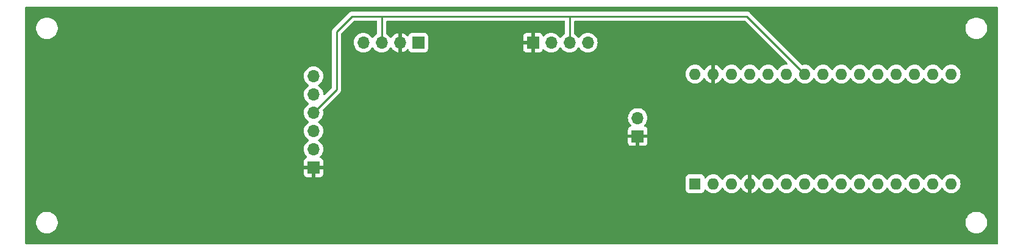
<source format=gbl>
G04 #@! TF.GenerationSoftware,KiCad,Pcbnew,7.0.5*
G04 #@! TF.CreationDate,2023-07-11T17:47:05+06:00*
G04 #@! TF.ProjectId,Meteo_braslet,4d657465-6f5f-4627-9261-736c65742e6b,rev?*
G04 #@! TF.SameCoordinates,Original*
G04 #@! TF.FileFunction,Copper,L2,Bot*
G04 #@! TF.FilePolarity,Positive*
%FSLAX46Y46*%
G04 Gerber Fmt 4.6, Leading zero omitted, Abs format (unit mm)*
G04 Created by KiCad (PCBNEW 7.0.5) date 2023-07-11 17:47:05*
%MOMM*%
%LPD*%
G01*
G04 APERTURE LIST*
G04 #@! TA.AperFunction,ComponentPad*
%ADD10R,1.700000X1.700000*%
G04 #@! TD*
G04 #@! TA.AperFunction,ComponentPad*
%ADD11O,1.700000X1.700000*%
G04 #@! TD*
G04 #@! TA.AperFunction,ComponentPad*
%ADD12R,1.600000X1.600000*%
G04 #@! TD*
G04 #@! TA.AperFunction,ComponentPad*
%ADD13O,1.600000X1.600000*%
G04 #@! TD*
G04 #@! TA.AperFunction,Conductor*
%ADD14C,0.254000*%
G04 #@! TD*
G04 APERTURE END LIST*
D10*
X118000000Y-53000000D03*
D11*
X118000000Y-50460000D03*
D10*
X103460000Y-40000000D03*
D11*
X106000000Y-40000000D03*
X108540000Y-40000000D03*
X111080000Y-40000000D03*
X79920000Y-40000000D03*
X82460000Y-40000000D03*
X85000000Y-40000000D03*
D10*
X87540000Y-40000000D03*
X73000000Y-57350000D03*
D11*
X73000000Y-54810000D03*
X73000000Y-52270000D03*
X73000000Y-49730000D03*
X73000000Y-47190000D03*
X73000000Y-44650000D03*
D12*
X125950000Y-59610000D03*
D13*
X128490000Y-59610000D03*
X131030000Y-59610000D03*
X133570000Y-59610000D03*
X136110000Y-59610000D03*
X138650000Y-59610000D03*
X141190000Y-59610000D03*
X143730000Y-59610000D03*
X146270000Y-59610000D03*
X148810000Y-59610000D03*
X151350000Y-59610000D03*
X153890000Y-59610000D03*
X156430000Y-59610000D03*
X158970000Y-59610000D03*
X161510000Y-59610000D03*
X161510000Y-44370000D03*
X158970000Y-44370000D03*
X156430000Y-44370000D03*
X153890000Y-44370000D03*
X151350000Y-44370000D03*
X148810000Y-44370000D03*
X146270000Y-44370000D03*
X143730000Y-44370000D03*
X141190000Y-44370000D03*
X138650000Y-44370000D03*
X136110000Y-44370000D03*
X133570000Y-44370000D03*
X131030000Y-44370000D03*
X128490000Y-44370000D03*
X125950000Y-44370000D03*
D14*
X141190000Y-44370000D02*
X133142000Y-36322000D01*
X133142000Y-36322000D02*
X108540081Y-36322000D01*
X108540081Y-36322000D02*
X82459844Y-36322000D01*
X108540000Y-40000000D02*
X108540000Y-36322081D01*
X82460000Y-40000000D02*
X82460000Y-36322156D01*
X82459844Y-36322000D02*
X78359000Y-36322000D01*
X78359000Y-36322000D02*
X76200000Y-38481000D01*
X76200000Y-38481000D02*
X76200000Y-46530000D01*
X76200000Y-46530000D02*
X73000000Y-49730000D01*
X108540000Y-36322081D02*
X108540081Y-36322000D01*
X82460000Y-36322156D02*
X82459844Y-36322000D01*
G04 #@! TA.AperFunction,Conductor*
G36*
X167942539Y-35020185D02*
G01*
X167988294Y-35072989D01*
X167999500Y-35124500D01*
X167999500Y-67875500D01*
X167979815Y-67942539D01*
X167927011Y-67988294D01*
X167875500Y-67999500D01*
X33124500Y-67999500D01*
X33057461Y-67979815D01*
X33011706Y-67927011D01*
X33000500Y-67875500D01*
X33000500Y-65124334D01*
X34499500Y-65124334D01*
X34540429Y-65369616D01*
X34621169Y-65604802D01*
X34621172Y-65604811D01*
X34739524Y-65823506D01*
X34739526Y-65823509D01*
X34892262Y-66019744D01*
X35051744Y-66166557D01*
X35075217Y-66188166D01*
X35283393Y-66324173D01*
X35511118Y-66424063D01*
X35752175Y-66485107D01*
X35752179Y-66485108D01*
X35752181Y-66485108D01*
X35752186Y-66485109D01*
X35905589Y-66497819D01*
X35937933Y-66500500D01*
X35937937Y-66500500D01*
X36062063Y-66500500D01*
X36062067Y-66500500D01*
X36124677Y-66495311D01*
X36247813Y-66485109D01*
X36247816Y-66485108D01*
X36247821Y-66485108D01*
X36488881Y-66424063D01*
X36716607Y-66324173D01*
X36924785Y-66188164D01*
X37107738Y-66019744D01*
X37260474Y-65823509D01*
X37378828Y-65604810D01*
X37459571Y-65369614D01*
X37500500Y-65124335D01*
X37500500Y-65124334D01*
X163499500Y-65124334D01*
X163540429Y-65369616D01*
X163621169Y-65604802D01*
X163621172Y-65604811D01*
X163739524Y-65823506D01*
X163739526Y-65823509D01*
X163892262Y-66019744D01*
X164051744Y-66166557D01*
X164075217Y-66188166D01*
X164283393Y-66324173D01*
X164511118Y-66424063D01*
X164752175Y-66485107D01*
X164752179Y-66485108D01*
X164752181Y-66485108D01*
X164752186Y-66485109D01*
X164905589Y-66497819D01*
X164937933Y-66500500D01*
X164937937Y-66500500D01*
X165062063Y-66500500D01*
X165062067Y-66500500D01*
X165124677Y-66495311D01*
X165247813Y-66485109D01*
X165247816Y-66485108D01*
X165247821Y-66485108D01*
X165488881Y-66424063D01*
X165716607Y-66324173D01*
X165924785Y-66188164D01*
X166107738Y-66019744D01*
X166260474Y-65823509D01*
X166378828Y-65604810D01*
X166459571Y-65369614D01*
X166500500Y-65124335D01*
X166500500Y-64875665D01*
X166459571Y-64630386D01*
X166378828Y-64395190D01*
X166260474Y-64176491D01*
X166107738Y-63980256D01*
X165924785Y-63811836D01*
X165924782Y-63811833D01*
X165716606Y-63675826D01*
X165488881Y-63575936D01*
X165247824Y-63514892D01*
X165247813Y-63514890D01*
X165062077Y-63499500D01*
X165062067Y-63499500D01*
X164937933Y-63499500D01*
X164937922Y-63499500D01*
X164752186Y-63514890D01*
X164752175Y-63514892D01*
X164511118Y-63575936D01*
X164283393Y-63675826D01*
X164075217Y-63811833D01*
X163892261Y-63980257D01*
X163739524Y-64176493D01*
X163621172Y-64395188D01*
X163621169Y-64395197D01*
X163540429Y-64630383D01*
X163499500Y-64875665D01*
X163499500Y-65124334D01*
X37500500Y-65124334D01*
X37500500Y-64875665D01*
X37459571Y-64630386D01*
X37378828Y-64395190D01*
X37260474Y-64176491D01*
X37107738Y-63980256D01*
X36924785Y-63811836D01*
X36924782Y-63811833D01*
X36716606Y-63675826D01*
X36488881Y-63575936D01*
X36247824Y-63514892D01*
X36247813Y-63514890D01*
X36062077Y-63499500D01*
X36062067Y-63499500D01*
X35937933Y-63499500D01*
X35937922Y-63499500D01*
X35752186Y-63514890D01*
X35752175Y-63514892D01*
X35511118Y-63575936D01*
X35283393Y-63675826D01*
X35075217Y-63811833D01*
X34892261Y-63980257D01*
X34739524Y-64176493D01*
X34621172Y-64395188D01*
X34621169Y-64395197D01*
X34540429Y-64630383D01*
X34499500Y-64875665D01*
X34499500Y-65124334D01*
X33000500Y-65124334D01*
X33000500Y-60457870D01*
X124649500Y-60457870D01*
X124649501Y-60457876D01*
X124655908Y-60517483D01*
X124706202Y-60652328D01*
X124706206Y-60652335D01*
X124792452Y-60767544D01*
X124792455Y-60767547D01*
X124907664Y-60853793D01*
X124907671Y-60853797D01*
X125042517Y-60904091D01*
X125042516Y-60904091D01*
X125049444Y-60904835D01*
X125102127Y-60910500D01*
X126797872Y-60910499D01*
X126857483Y-60904091D01*
X126992331Y-60853796D01*
X127107546Y-60767546D01*
X127193796Y-60652331D01*
X127244091Y-60517483D01*
X127247862Y-60482401D01*
X127274599Y-60417855D01*
X127331990Y-60378006D01*
X127401816Y-60375511D01*
X127461905Y-60411163D01*
X127472726Y-60424536D01*
X127489956Y-60449143D01*
X127650858Y-60610045D01*
X127650861Y-60610047D01*
X127837266Y-60740568D01*
X128043504Y-60836739D01*
X128263308Y-60895635D01*
X128425230Y-60909801D01*
X128489998Y-60915468D01*
X128490000Y-60915468D01*
X128490002Y-60915468D01*
X128546807Y-60910498D01*
X128716692Y-60895635D01*
X128936496Y-60836739D01*
X129142734Y-60740568D01*
X129329139Y-60610047D01*
X129490047Y-60449139D01*
X129620568Y-60262734D01*
X129647618Y-60204724D01*
X129693790Y-60152285D01*
X129760983Y-60133133D01*
X129827865Y-60153348D01*
X129872382Y-60204725D01*
X129899429Y-60262728D01*
X129899432Y-60262734D01*
X130029954Y-60449141D01*
X130190858Y-60610045D01*
X130190861Y-60610047D01*
X130377266Y-60740568D01*
X130583504Y-60836739D01*
X130803308Y-60895635D01*
X130965230Y-60909801D01*
X131029998Y-60915468D01*
X131030000Y-60915468D01*
X131030002Y-60915468D01*
X131086807Y-60910498D01*
X131256692Y-60895635D01*
X131476496Y-60836739D01*
X131682734Y-60740568D01*
X131869139Y-60610047D01*
X132030047Y-60449139D01*
X132160568Y-60262734D01*
X132187895Y-60204129D01*
X132234064Y-60151695D01*
X132301257Y-60132542D01*
X132368139Y-60152757D01*
X132412657Y-60204133D01*
X132439865Y-60262482D01*
X132570342Y-60448820D01*
X132731179Y-60609657D01*
X132917517Y-60740134D01*
X133123673Y-60836265D01*
X133123682Y-60836269D01*
X133319999Y-60888872D01*
X133320000Y-60888871D01*
X133320000Y-60045501D01*
X133427685Y-60094680D01*
X133534237Y-60110000D01*
X133605763Y-60110000D01*
X133712315Y-60094680D01*
X133819999Y-60045501D01*
X133819999Y-60888871D01*
X133819999Y-60888872D01*
X134016317Y-60836269D01*
X134016326Y-60836265D01*
X134222482Y-60740134D01*
X134408820Y-60609657D01*
X134569657Y-60448820D01*
X134700132Y-60262484D01*
X134727341Y-60204134D01*
X134773513Y-60151695D01*
X134840707Y-60132542D01*
X134907588Y-60152757D01*
X134952106Y-60204133D01*
X134979431Y-60262732D01*
X134979432Y-60262734D01*
X135109954Y-60449141D01*
X135270858Y-60610045D01*
X135270861Y-60610047D01*
X135457266Y-60740568D01*
X135663504Y-60836739D01*
X135883308Y-60895635D01*
X136045230Y-60909801D01*
X136109998Y-60915468D01*
X136110000Y-60915468D01*
X136110002Y-60915468D01*
X136166807Y-60910498D01*
X136336692Y-60895635D01*
X136556496Y-60836739D01*
X136762734Y-60740568D01*
X136949139Y-60610047D01*
X137110047Y-60449139D01*
X137240568Y-60262734D01*
X137267618Y-60204724D01*
X137313790Y-60152285D01*
X137380983Y-60133133D01*
X137447865Y-60153348D01*
X137492382Y-60204725D01*
X137519429Y-60262728D01*
X137519432Y-60262734D01*
X137649954Y-60449141D01*
X137810858Y-60610045D01*
X137810861Y-60610047D01*
X137997266Y-60740568D01*
X138203504Y-60836739D01*
X138423308Y-60895635D01*
X138585230Y-60909801D01*
X138649998Y-60915468D01*
X138650000Y-60915468D01*
X138650002Y-60915468D01*
X138706807Y-60910498D01*
X138876692Y-60895635D01*
X139096496Y-60836739D01*
X139302734Y-60740568D01*
X139489139Y-60610047D01*
X139650047Y-60449139D01*
X139780568Y-60262734D01*
X139807618Y-60204724D01*
X139853790Y-60152285D01*
X139920983Y-60133133D01*
X139987865Y-60153348D01*
X140032382Y-60204725D01*
X140059429Y-60262728D01*
X140059432Y-60262734D01*
X140189954Y-60449141D01*
X140350858Y-60610045D01*
X140350861Y-60610047D01*
X140537266Y-60740568D01*
X140743504Y-60836739D01*
X140963308Y-60895635D01*
X141125230Y-60909801D01*
X141189998Y-60915468D01*
X141190000Y-60915468D01*
X141190002Y-60915468D01*
X141246807Y-60910498D01*
X141416692Y-60895635D01*
X141636496Y-60836739D01*
X141842734Y-60740568D01*
X142029139Y-60610047D01*
X142190047Y-60449139D01*
X142320568Y-60262734D01*
X142347618Y-60204724D01*
X142393790Y-60152285D01*
X142460983Y-60133133D01*
X142527865Y-60153348D01*
X142572382Y-60204725D01*
X142599429Y-60262728D01*
X142599432Y-60262734D01*
X142729954Y-60449141D01*
X142890858Y-60610045D01*
X142890861Y-60610047D01*
X143077266Y-60740568D01*
X143283504Y-60836739D01*
X143503308Y-60895635D01*
X143665230Y-60909801D01*
X143729998Y-60915468D01*
X143730000Y-60915468D01*
X143730002Y-60915468D01*
X143786807Y-60910498D01*
X143956692Y-60895635D01*
X144176496Y-60836739D01*
X144382734Y-60740568D01*
X144569139Y-60610047D01*
X144730047Y-60449139D01*
X144860568Y-60262734D01*
X144887618Y-60204724D01*
X144933790Y-60152285D01*
X145000983Y-60133133D01*
X145067865Y-60153348D01*
X145112382Y-60204725D01*
X145139429Y-60262728D01*
X145139432Y-60262734D01*
X145269954Y-60449141D01*
X145430858Y-60610045D01*
X145430861Y-60610047D01*
X145617266Y-60740568D01*
X145823504Y-60836739D01*
X146043308Y-60895635D01*
X146205230Y-60909801D01*
X146269998Y-60915468D01*
X146270000Y-60915468D01*
X146270002Y-60915468D01*
X146326807Y-60910498D01*
X146496692Y-60895635D01*
X146716496Y-60836739D01*
X146922734Y-60740568D01*
X147109139Y-60610047D01*
X147270047Y-60449139D01*
X147400568Y-60262734D01*
X147427618Y-60204724D01*
X147473790Y-60152285D01*
X147540983Y-60133133D01*
X147607865Y-60153348D01*
X147652382Y-60204725D01*
X147679429Y-60262728D01*
X147679432Y-60262734D01*
X147809954Y-60449141D01*
X147970858Y-60610045D01*
X147970861Y-60610047D01*
X148157266Y-60740568D01*
X148363504Y-60836739D01*
X148583308Y-60895635D01*
X148745230Y-60909801D01*
X148809998Y-60915468D01*
X148810000Y-60915468D01*
X148810002Y-60915468D01*
X148866807Y-60910498D01*
X149036692Y-60895635D01*
X149256496Y-60836739D01*
X149462734Y-60740568D01*
X149649139Y-60610047D01*
X149810047Y-60449139D01*
X149940568Y-60262734D01*
X149967618Y-60204724D01*
X150013790Y-60152285D01*
X150080983Y-60133133D01*
X150147865Y-60153348D01*
X150192382Y-60204725D01*
X150219429Y-60262728D01*
X150219432Y-60262734D01*
X150349954Y-60449141D01*
X150510858Y-60610045D01*
X150510861Y-60610047D01*
X150697266Y-60740568D01*
X150903504Y-60836739D01*
X151123308Y-60895635D01*
X151285230Y-60909801D01*
X151349998Y-60915468D01*
X151350000Y-60915468D01*
X151350002Y-60915468D01*
X151406807Y-60910498D01*
X151576692Y-60895635D01*
X151796496Y-60836739D01*
X152002734Y-60740568D01*
X152189139Y-60610047D01*
X152350047Y-60449139D01*
X152480568Y-60262734D01*
X152507618Y-60204724D01*
X152553790Y-60152285D01*
X152620983Y-60133133D01*
X152687865Y-60153348D01*
X152732382Y-60204725D01*
X152759429Y-60262728D01*
X152759432Y-60262734D01*
X152889954Y-60449141D01*
X153050858Y-60610045D01*
X153050861Y-60610047D01*
X153237266Y-60740568D01*
X153443504Y-60836739D01*
X153663308Y-60895635D01*
X153825230Y-60909801D01*
X153889998Y-60915468D01*
X153890000Y-60915468D01*
X153890002Y-60915468D01*
X153946807Y-60910498D01*
X154116692Y-60895635D01*
X154336496Y-60836739D01*
X154542734Y-60740568D01*
X154729139Y-60610047D01*
X154890047Y-60449139D01*
X155020568Y-60262734D01*
X155047618Y-60204724D01*
X155093790Y-60152285D01*
X155160983Y-60133133D01*
X155227865Y-60153348D01*
X155272382Y-60204725D01*
X155299429Y-60262728D01*
X155299432Y-60262734D01*
X155429954Y-60449141D01*
X155590858Y-60610045D01*
X155590861Y-60610047D01*
X155777266Y-60740568D01*
X155983504Y-60836739D01*
X156203308Y-60895635D01*
X156365230Y-60909801D01*
X156429998Y-60915468D01*
X156430000Y-60915468D01*
X156430002Y-60915468D01*
X156486807Y-60910498D01*
X156656692Y-60895635D01*
X156876496Y-60836739D01*
X157082734Y-60740568D01*
X157269139Y-60610047D01*
X157430047Y-60449139D01*
X157560568Y-60262734D01*
X157587618Y-60204724D01*
X157633790Y-60152285D01*
X157700983Y-60133133D01*
X157767865Y-60153348D01*
X157812382Y-60204725D01*
X157839429Y-60262728D01*
X157839432Y-60262734D01*
X157969954Y-60449141D01*
X158130858Y-60610045D01*
X158130861Y-60610047D01*
X158317266Y-60740568D01*
X158523504Y-60836739D01*
X158743308Y-60895635D01*
X158905230Y-60909801D01*
X158969998Y-60915468D01*
X158970000Y-60915468D01*
X158970002Y-60915468D01*
X159026807Y-60910498D01*
X159196692Y-60895635D01*
X159416496Y-60836739D01*
X159622734Y-60740568D01*
X159809139Y-60610047D01*
X159970047Y-60449139D01*
X160100568Y-60262734D01*
X160127618Y-60204724D01*
X160173790Y-60152285D01*
X160240983Y-60133133D01*
X160307865Y-60153348D01*
X160352382Y-60204725D01*
X160379429Y-60262728D01*
X160379432Y-60262734D01*
X160509954Y-60449141D01*
X160670858Y-60610045D01*
X160670861Y-60610047D01*
X160857266Y-60740568D01*
X161063504Y-60836739D01*
X161283308Y-60895635D01*
X161445230Y-60909801D01*
X161509998Y-60915468D01*
X161510000Y-60915468D01*
X161510002Y-60915468D01*
X161566807Y-60910498D01*
X161736692Y-60895635D01*
X161956496Y-60836739D01*
X162162734Y-60740568D01*
X162349139Y-60610047D01*
X162510047Y-60449139D01*
X162640568Y-60262734D01*
X162736739Y-60056496D01*
X162795635Y-59836692D01*
X162815468Y-59610000D01*
X162795635Y-59383308D01*
X162736739Y-59163504D01*
X162640568Y-58957266D01*
X162510047Y-58770861D01*
X162510045Y-58770858D01*
X162349141Y-58609954D01*
X162162734Y-58479432D01*
X162162732Y-58479431D01*
X161956497Y-58383261D01*
X161956488Y-58383258D01*
X161736697Y-58324366D01*
X161736693Y-58324365D01*
X161736692Y-58324365D01*
X161736691Y-58324364D01*
X161736686Y-58324364D01*
X161510002Y-58304532D01*
X161509998Y-58304532D01*
X161283313Y-58324364D01*
X161283302Y-58324366D01*
X161063511Y-58383258D01*
X161063502Y-58383261D01*
X160857267Y-58479431D01*
X160857265Y-58479432D01*
X160670858Y-58609954D01*
X160509954Y-58770858D01*
X160379432Y-58957265D01*
X160379431Y-58957267D01*
X160352382Y-59015275D01*
X160306209Y-59067714D01*
X160239016Y-59086866D01*
X160172135Y-59066650D01*
X160127618Y-59015275D01*
X160100686Y-58957520D01*
X160100568Y-58957266D01*
X159970047Y-58770861D01*
X159970045Y-58770858D01*
X159809141Y-58609954D01*
X159622734Y-58479432D01*
X159622732Y-58479431D01*
X159416497Y-58383261D01*
X159416488Y-58383258D01*
X159196697Y-58324366D01*
X159196693Y-58324365D01*
X159196692Y-58324365D01*
X159196691Y-58324364D01*
X159196686Y-58324364D01*
X158970002Y-58304532D01*
X158969998Y-58304532D01*
X158743313Y-58324364D01*
X158743302Y-58324366D01*
X158523511Y-58383258D01*
X158523502Y-58383261D01*
X158317267Y-58479431D01*
X158317265Y-58479432D01*
X158130858Y-58609954D01*
X157969954Y-58770858D01*
X157839432Y-58957265D01*
X157839431Y-58957267D01*
X157812382Y-59015275D01*
X157766209Y-59067714D01*
X157699016Y-59086866D01*
X157632135Y-59066650D01*
X157587618Y-59015275D01*
X157560686Y-58957520D01*
X157560568Y-58957266D01*
X157430047Y-58770861D01*
X157430045Y-58770858D01*
X157269141Y-58609954D01*
X157082734Y-58479432D01*
X157082732Y-58479431D01*
X156876497Y-58383261D01*
X156876488Y-58383258D01*
X156656697Y-58324366D01*
X156656693Y-58324365D01*
X156656692Y-58324365D01*
X156656691Y-58324364D01*
X156656686Y-58324364D01*
X156430002Y-58304532D01*
X156429998Y-58304532D01*
X156203313Y-58324364D01*
X156203302Y-58324366D01*
X155983511Y-58383258D01*
X155983502Y-58383261D01*
X155777267Y-58479431D01*
X155777265Y-58479432D01*
X155590858Y-58609954D01*
X155429954Y-58770858D01*
X155299432Y-58957265D01*
X155299431Y-58957267D01*
X155272382Y-59015275D01*
X155226209Y-59067714D01*
X155159016Y-59086866D01*
X155092135Y-59066650D01*
X155047618Y-59015275D01*
X155020686Y-58957520D01*
X155020568Y-58957266D01*
X154890047Y-58770861D01*
X154890045Y-58770858D01*
X154729141Y-58609954D01*
X154542734Y-58479432D01*
X154542732Y-58479431D01*
X154336497Y-58383261D01*
X154336488Y-58383258D01*
X154116697Y-58324366D01*
X154116693Y-58324365D01*
X154116692Y-58324365D01*
X154116691Y-58324364D01*
X154116686Y-58324364D01*
X153890002Y-58304532D01*
X153889998Y-58304532D01*
X153663313Y-58324364D01*
X153663302Y-58324366D01*
X153443511Y-58383258D01*
X153443502Y-58383261D01*
X153237267Y-58479431D01*
X153237265Y-58479432D01*
X153050858Y-58609954D01*
X152889954Y-58770858D01*
X152759432Y-58957265D01*
X152759431Y-58957267D01*
X152732382Y-59015275D01*
X152686209Y-59067714D01*
X152619016Y-59086866D01*
X152552135Y-59066650D01*
X152507618Y-59015275D01*
X152480686Y-58957520D01*
X152480568Y-58957266D01*
X152350047Y-58770861D01*
X152350045Y-58770858D01*
X152189141Y-58609954D01*
X152002734Y-58479432D01*
X152002732Y-58479431D01*
X151796497Y-58383261D01*
X151796488Y-58383258D01*
X151576697Y-58324366D01*
X151576693Y-58324365D01*
X151576692Y-58324365D01*
X151576691Y-58324364D01*
X151576686Y-58324364D01*
X151350002Y-58304532D01*
X151349998Y-58304532D01*
X151123313Y-58324364D01*
X151123302Y-58324366D01*
X150903511Y-58383258D01*
X150903502Y-58383261D01*
X150697267Y-58479431D01*
X150697265Y-58479432D01*
X150510858Y-58609954D01*
X150349954Y-58770858D01*
X150219432Y-58957265D01*
X150219431Y-58957267D01*
X150192382Y-59015275D01*
X150146209Y-59067714D01*
X150079016Y-59086866D01*
X150012135Y-59066650D01*
X149967618Y-59015275D01*
X149940686Y-58957520D01*
X149940568Y-58957266D01*
X149810047Y-58770861D01*
X149810045Y-58770858D01*
X149649141Y-58609954D01*
X149462734Y-58479432D01*
X149462732Y-58479431D01*
X149256497Y-58383261D01*
X149256488Y-58383258D01*
X149036697Y-58324366D01*
X149036693Y-58324365D01*
X149036692Y-58324365D01*
X149036691Y-58324364D01*
X149036686Y-58324364D01*
X148810002Y-58304532D01*
X148809998Y-58304532D01*
X148583313Y-58324364D01*
X148583302Y-58324366D01*
X148363511Y-58383258D01*
X148363502Y-58383261D01*
X148157267Y-58479431D01*
X148157265Y-58479432D01*
X147970858Y-58609954D01*
X147809954Y-58770858D01*
X147679432Y-58957265D01*
X147679431Y-58957267D01*
X147652382Y-59015275D01*
X147606209Y-59067714D01*
X147539016Y-59086866D01*
X147472135Y-59066650D01*
X147427618Y-59015275D01*
X147400686Y-58957520D01*
X147400568Y-58957266D01*
X147270047Y-58770861D01*
X147270045Y-58770858D01*
X147109141Y-58609954D01*
X146922734Y-58479432D01*
X146922732Y-58479431D01*
X146716497Y-58383261D01*
X146716488Y-58383258D01*
X146496697Y-58324366D01*
X146496693Y-58324365D01*
X146496692Y-58324365D01*
X146496691Y-58324364D01*
X146496686Y-58324364D01*
X146270002Y-58304532D01*
X146269998Y-58304532D01*
X146043313Y-58324364D01*
X146043302Y-58324366D01*
X145823511Y-58383258D01*
X145823502Y-58383261D01*
X145617267Y-58479431D01*
X145617265Y-58479432D01*
X145430858Y-58609954D01*
X145269954Y-58770858D01*
X145139432Y-58957265D01*
X145139431Y-58957267D01*
X145112382Y-59015275D01*
X145066209Y-59067714D01*
X144999016Y-59086866D01*
X144932135Y-59066650D01*
X144887618Y-59015275D01*
X144860686Y-58957520D01*
X144860568Y-58957266D01*
X144730047Y-58770861D01*
X144730045Y-58770858D01*
X144569141Y-58609954D01*
X144382734Y-58479432D01*
X144382732Y-58479431D01*
X144176497Y-58383261D01*
X144176488Y-58383258D01*
X143956697Y-58324366D01*
X143956693Y-58324365D01*
X143956692Y-58324365D01*
X143956691Y-58324364D01*
X143956686Y-58324364D01*
X143730002Y-58304532D01*
X143729998Y-58304532D01*
X143503313Y-58324364D01*
X143503302Y-58324366D01*
X143283511Y-58383258D01*
X143283502Y-58383261D01*
X143077267Y-58479431D01*
X143077265Y-58479432D01*
X142890858Y-58609954D01*
X142729954Y-58770858D01*
X142599432Y-58957265D01*
X142599431Y-58957267D01*
X142572382Y-59015275D01*
X142526209Y-59067714D01*
X142459016Y-59086866D01*
X142392135Y-59066650D01*
X142347618Y-59015275D01*
X142320686Y-58957520D01*
X142320568Y-58957266D01*
X142190047Y-58770861D01*
X142190045Y-58770858D01*
X142029141Y-58609954D01*
X141842734Y-58479432D01*
X141842732Y-58479431D01*
X141636497Y-58383261D01*
X141636488Y-58383258D01*
X141416697Y-58324366D01*
X141416693Y-58324365D01*
X141416692Y-58324365D01*
X141416691Y-58324364D01*
X141416686Y-58324364D01*
X141190002Y-58304532D01*
X141189998Y-58304532D01*
X140963313Y-58324364D01*
X140963302Y-58324366D01*
X140743511Y-58383258D01*
X140743502Y-58383261D01*
X140537267Y-58479431D01*
X140537265Y-58479432D01*
X140350858Y-58609954D01*
X140189954Y-58770858D01*
X140059432Y-58957265D01*
X140059431Y-58957267D01*
X140032382Y-59015275D01*
X139986209Y-59067714D01*
X139919016Y-59086866D01*
X139852135Y-59066650D01*
X139807618Y-59015275D01*
X139780686Y-58957520D01*
X139780568Y-58957266D01*
X139650047Y-58770861D01*
X139650045Y-58770858D01*
X139489141Y-58609954D01*
X139302734Y-58479432D01*
X139302732Y-58479431D01*
X139096497Y-58383261D01*
X139096488Y-58383258D01*
X138876697Y-58324366D01*
X138876693Y-58324365D01*
X138876692Y-58324365D01*
X138876691Y-58324364D01*
X138876686Y-58324364D01*
X138650002Y-58304532D01*
X138649998Y-58304532D01*
X138423313Y-58324364D01*
X138423302Y-58324366D01*
X138203511Y-58383258D01*
X138203502Y-58383261D01*
X137997267Y-58479431D01*
X137997265Y-58479432D01*
X137810858Y-58609954D01*
X137649954Y-58770858D01*
X137519432Y-58957265D01*
X137519431Y-58957267D01*
X137492382Y-59015275D01*
X137446209Y-59067714D01*
X137379016Y-59086866D01*
X137312135Y-59066650D01*
X137267618Y-59015275D01*
X137240686Y-58957520D01*
X137240568Y-58957266D01*
X137110047Y-58770861D01*
X137110045Y-58770858D01*
X136949141Y-58609954D01*
X136762734Y-58479432D01*
X136762732Y-58479431D01*
X136556497Y-58383261D01*
X136556488Y-58383258D01*
X136336697Y-58324366D01*
X136336693Y-58324365D01*
X136336692Y-58324365D01*
X136336691Y-58324364D01*
X136336686Y-58324364D01*
X136110002Y-58304532D01*
X136109998Y-58304532D01*
X135883313Y-58324364D01*
X135883302Y-58324366D01*
X135663511Y-58383258D01*
X135663502Y-58383261D01*
X135457267Y-58479431D01*
X135457265Y-58479432D01*
X135270858Y-58609954D01*
X135109954Y-58770858D01*
X134979434Y-58957263D01*
X134979432Y-58957266D01*
X134952383Y-59015274D01*
X134952106Y-59015867D01*
X134905933Y-59068306D01*
X134838739Y-59087457D01*
X134771858Y-59067241D01*
X134727342Y-59015865D01*
X134700135Y-58957520D01*
X134700134Y-58957518D01*
X134569657Y-58771179D01*
X134408820Y-58610342D01*
X134222482Y-58479865D01*
X134016328Y-58383734D01*
X133819999Y-58331127D01*
X133819999Y-59174498D01*
X133712315Y-59125320D01*
X133605763Y-59110000D01*
X133534237Y-59110000D01*
X133427685Y-59125320D01*
X133320000Y-59174498D01*
X133320000Y-58331127D01*
X133123671Y-58383734D01*
X132917517Y-58479865D01*
X132731179Y-58610342D01*
X132570342Y-58771179D01*
X132439867Y-58957515D01*
X132412657Y-59015867D01*
X132366484Y-59068306D01*
X132299290Y-59087457D01*
X132232409Y-59067241D01*
X132187893Y-59015865D01*
X132187617Y-59015274D01*
X132160568Y-58957266D01*
X132030047Y-58770861D01*
X132030045Y-58770858D01*
X131869141Y-58609954D01*
X131682734Y-58479432D01*
X131682732Y-58479431D01*
X131476497Y-58383261D01*
X131476488Y-58383258D01*
X131256697Y-58324366D01*
X131256693Y-58324365D01*
X131256692Y-58324365D01*
X131256691Y-58324364D01*
X131256686Y-58324364D01*
X131030002Y-58304532D01*
X131029998Y-58304532D01*
X130803313Y-58324364D01*
X130803302Y-58324366D01*
X130583511Y-58383258D01*
X130583502Y-58383261D01*
X130377267Y-58479431D01*
X130377265Y-58479432D01*
X130190858Y-58609954D01*
X130029954Y-58770858D01*
X129899432Y-58957265D01*
X129899430Y-58957268D01*
X129872380Y-59015277D01*
X129826207Y-59067715D01*
X129759013Y-59086866D01*
X129692132Y-59066649D01*
X129647619Y-59015277D01*
X129620568Y-58957266D01*
X129542856Y-58846280D01*
X129490045Y-58770858D01*
X129329141Y-58609954D01*
X129142734Y-58479432D01*
X129142732Y-58479431D01*
X128936497Y-58383261D01*
X128936488Y-58383258D01*
X128716697Y-58324366D01*
X128716693Y-58324365D01*
X128716692Y-58324365D01*
X128716691Y-58324364D01*
X128716686Y-58324364D01*
X128490002Y-58304532D01*
X128489998Y-58304532D01*
X128263313Y-58324364D01*
X128263302Y-58324366D01*
X128043511Y-58383258D01*
X128043502Y-58383261D01*
X127837267Y-58479431D01*
X127837265Y-58479432D01*
X127650858Y-58609954D01*
X127489954Y-58770858D01*
X127472725Y-58795464D01*
X127418147Y-58839088D01*
X127348648Y-58846280D01*
X127286294Y-58814757D01*
X127250882Y-58754526D01*
X127247861Y-58737591D01*
X127244091Y-58702516D01*
X127193797Y-58567671D01*
X127193793Y-58567664D01*
X127107547Y-58452455D01*
X127107544Y-58452452D01*
X126992335Y-58366206D01*
X126992328Y-58366202D01*
X126857482Y-58315908D01*
X126857483Y-58315908D01*
X126797883Y-58309501D01*
X126797881Y-58309500D01*
X126797873Y-58309500D01*
X126797864Y-58309500D01*
X125102129Y-58309500D01*
X125102123Y-58309501D01*
X125042516Y-58315908D01*
X124907671Y-58366202D01*
X124907664Y-58366206D01*
X124792455Y-58452452D01*
X124792452Y-58452455D01*
X124706206Y-58567664D01*
X124706202Y-58567671D01*
X124655908Y-58702517D01*
X124649501Y-58762116D01*
X124649500Y-58762135D01*
X124649500Y-60457870D01*
X33000500Y-60457870D01*
X33000500Y-54810000D01*
X71644341Y-54810000D01*
X71664936Y-55045403D01*
X71664938Y-55045413D01*
X71726094Y-55273655D01*
X71726096Y-55273659D01*
X71726097Y-55273663D01*
X71825965Y-55487829D01*
X71825965Y-55487830D01*
X71825967Y-55487834D01*
X71934281Y-55642521D01*
X71961501Y-55681396D01*
X71961506Y-55681402D01*
X72083818Y-55803714D01*
X72117303Y-55865037D01*
X72112319Y-55934729D01*
X72070447Y-55990662D01*
X72039471Y-56007577D01*
X71907912Y-56056646D01*
X71907906Y-56056649D01*
X71792812Y-56142809D01*
X71792809Y-56142812D01*
X71706649Y-56257906D01*
X71706645Y-56257913D01*
X71656403Y-56392620D01*
X71656401Y-56392627D01*
X71650000Y-56452155D01*
X71650000Y-57100000D01*
X72566314Y-57100000D01*
X72540507Y-57140156D01*
X72500000Y-57278111D01*
X72500000Y-57421889D01*
X72540507Y-57559844D01*
X72566314Y-57600000D01*
X71650000Y-57600000D01*
X71650000Y-58247844D01*
X71656401Y-58307372D01*
X71656403Y-58307379D01*
X71706645Y-58442086D01*
X71706649Y-58442093D01*
X71792809Y-58557187D01*
X71792812Y-58557190D01*
X71907906Y-58643350D01*
X71907913Y-58643354D01*
X72042620Y-58693596D01*
X72042627Y-58693598D01*
X72102155Y-58699999D01*
X72102172Y-58700000D01*
X72750000Y-58700000D01*
X72750000Y-57785501D01*
X72857685Y-57834680D01*
X72964237Y-57850000D01*
X73035763Y-57850000D01*
X73142315Y-57834680D01*
X73250000Y-57785501D01*
X73250000Y-58700000D01*
X73897828Y-58700000D01*
X73897844Y-58699999D01*
X73957372Y-58693598D01*
X73957379Y-58693596D01*
X74092086Y-58643354D01*
X74092093Y-58643350D01*
X74207187Y-58557190D01*
X74207190Y-58557187D01*
X74293350Y-58442093D01*
X74293354Y-58442086D01*
X74343596Y-58307379D01*
X74343598Y-58307372D01*
X74349999Y-58247844D01*
X74350000Y-58247827D01*
X74350000Y-57600000D01*
X73433686Y-57600000D01*
X73459493Y-57559844D01*
X73500000Y-57421889D01*
X73500000Y-57278111D01*
X73459493Y-57140156D01*
X73433686Y-57100000D01*
X74350000Y-57100000D01*
X74350000Y-56452172D01*
X74349999Y-56452155D01*
X74343598Y-56392627D01*
X74343596Y-56392620D01*
X74293354Y-56257913D01*
X74293350Y-56257906D01*
X74207190Y-56142812D01*
X74207187Y-56142809D01*
X74092093Y-56056649D01*
X74092088Y-56056646D01*
X73960528Y-56007577D01*
X73904595Y-55965705D01*
X73880178Y-55900241D01*
X73895030Y-55831968D01*
X73916175Y-55803720D01*
X74038495Y-55681401D01*
X74174035Y-55487830D01*
X74273903Y-55273663D01*
X74335063Y-55045408D01*
X74355659Y-54810000D01*
X74335063Y-54574592D01*
X74288626Y-54401285D01*
X74273905Y-54346344D01*
X74273904Y-54346343D01*
X74273903Y-54346337D01*
X74174035Y-54132171D01*
X74145973Y-54092093D01*
X74038494Y-53938597D01*
X73871402Y-53771506D01*
X73871396Y-53771501D01*
X73685842Y-53641575D01*
X73642217Y-53586998D01*
X73635023Y-53517500D01*
X73666546Y-53455145D01*
X73685842Y-53438425D01*
X73708026Y-53422891D01*
X73871401Y-53308495D01*
X74038495Y-53141401D01*
X74174035Y-52947830D01*
X74273903Y-52733663D01*
X74335063Y-52505408D01*
X74355659Y-52270000D01*
X74335063Y-52034592D01*
X74273903Y-51806337D01*
X74174035Y-51592171D01*
X74144676Y-51550241D01*
X74038494Y-51398597D01*
X73871402Y-51231506D01*
X73871396Y-51231501D01*
X73685842Y-51101575D01*
X73642217Y-51046998D01*
X73635023Y-50977500D01*
X73666546Y-50915145D01*
X73685842Y-50898425D01*
X73708026Y-50882891D01*
X73871401Y-50768495D01*
X74038495Y-50601401D01*
X74137505Y-50460000D01*
X116644341Y-50460000D01*
X116664936Y-50695403D01*
X116664938Y-50695413D01*
X116726094Y-50923655D01*
X116726096Y-50923659D01*
X116726097Y-50923663D01*
X116751202Y-50977500D01*
X116825965Y-51137830D01*
X116825967Y-51137834D01*
X116934281Y-51292521D01*
X116961501Y-51331396D01*
X116961506Y-51331402D01*
X117083818Y-51453714D01*
X117117303Y-51515037D01*
X117112319Y-51584729D01*
X117070447Y-51640662D01*
X117039471Y-51657577D01*
X116907912Y-51706646D01*
X116907906Y-51706649D01*
X116792812Y-51792809D01*
X116792809Y-51792812D01*
X116706649Y-51907906D01*
X116706645Y-51907913D01*
X116656403Y-52042620D01*
X116656401Y-52042627D01*
X116650000Y-52102155D01*
X116650000Y-52750000D01*
X117566314Y-52750000D01*
X117540507Y-52790156D01*
X117500000Y-52928111D01*
X117500000Y-53071889D01*
X117540507Y-53209844D01*
X117566314Y-53250000D01*
X116650000Y-53250000D01*
X116650000Y-53897844D01*
X116656401Y-53957372D01*
X116656403Y-53957379D01*
X116706645Y-54092086D01*
X116706649Y-54092093D01*
X116792809Y-54207187D01*
X116792812Y-54207190D01*
X116907906Y-54293350D01*
X116907913Y-54293354D01*
X117042620Y-54343596D01*
X117042627Y-54343598D01*
X117102155Y-54349999D01*
X117102172Y-54350000D01*
X117750000Y-54350000D01*
X117750000Y-53435501D01*
X117857685Y-53484680D01*
X117964237Y-53500000D01*
X118035763Y-53500000D01*
X118142315Y-53484680D01*
X118249999Y-53435501D01*
X118249999Y-54349999D01*
X118250000Y-54350000D01*
X118897828Y-54350000D01*
X118897844Y-54349999D01*
X118957372Y-54343598D01*
X118957379Y-54343596D01*
X119092086Y-54293354D01*
X119092093Y-54293350D01*
X119207187Y-54207190D01*
X119207190Y-54207187D01*
X119293350Y-54092093D01*
X119293354Y-54092086D01*
X119343596Y-53957379D01*
X119343598Y-53957372D01*
X119349999Y-53897844D01*
X119350000Y-53897827D01*
X119350000Y-53250000D01*
X118433686Y-53250000D01*
X118459493Y-53209844D01*
X118500000Y-53071889D01*
X118500000Y-52928111D01*
X118459493Y-52790156D01*
X118433686Y-52750000D01*
X119350000Y-52750000D01*
X119350000Y-52102172D01*
X119349999Y-52102155D01*
X119343598Y-52042627D01*
X119343596Y-52042620D01*
X119293354Y-51907913D01*
X119293350Y-51907906D01*
X119207190Y-51792812D01*
X119207187Y-51792809D01*
X119092093Y-51706649D01*
X119092088Y-51706646D01*
X118960528Y-51657577D01*
X118904595Y-51615705D01*
X118880178Y-51550241D01*
X118895030Y-51481968D01*
X118916175Y-51453720D01*
X119038495Y-51331401D01*
X119174035Y-51137830D01*
X119273903Y-50923663D01*
X119335063Y-50695408D01*
X119355659Y-50460000D01*
X119335063Y-50224592D01*
X119273903Y-49996337D01*
X119174035Y-49782171D01*
X119038495Y-49588599D01*
X119038494Y-49588597D01*
X118871402Y-49421506D01*
X118871395Y-49421501D01*
X118677834Y-49285967D01*
X118677830Y-49285965D01*
X118635733Y-49266335D01*
X118463663Y-49186097D01*
X118463659Y-49186096D01*
X118463655Y-49186094D01*
X118235413Y-49124938D01*
X118235403Y-49124936D01*
X118000001Y-49104341D01*
X117999999Y-49104341D01*
X117764596Y-49124936D01*
X117764586Y-49124938D01*
X117536344Y-49186094D01*
X117536335Y-49186098D01*
X117322171Y-49285964D01*
X117322169Y-49285965D01*
X117128597Y-49421505D01*
X116961505Y-49588597D01*
X116825965Y-49782169D01*
X116825964Y-49782171D01*
X116726098Y-49996335D01*
X116726094Y-49996344D01*
X116664938Y-50224586D01*
X116664936Y-50224596D01*
X116644341Y-50459999D01*
X116644341Y-50460000D01*
X74137505Y-50460000D01*
X74174035Y-50407830D01*
X74273903Y-50193663D01*
X74335063Y-49965408D01*
X74355659Y-49730000D01*
X74335063Y-49494592D01*
X74308740Y-49396356D01*
X74310404Y-49326506D01*
X74340833Y-49276584D01*
X76585043Y-47032374D01*
X76597325Y-47022537D01*
X76597144Y-47022318D01*
X76603153Y-47017345D01*
X76603162Y-47017340D01*
X76650072Y-46967385D01*
X76651311Y-46966106D01*
X76671623Y-46945796D01*
X76675892Y-46940290D01*
X76679676Y-46935859D01*
X76711693Y-46901767D01*
X76721389Y-46884128D01*
X76732073Y-46867861D01*
X76744408Y-46851962D01*
X76762978Y-46809046D01*
X76765534Y-46803827D01*
X76788072Y-46762834D01*
X76793078Y-46743334D01*
X76799382Y-46724924D01*
X76807370Y-46706465D01*
X76807373Y-46706459D01*
X76814687Y-46660280D01*
X76815868Y-46654570D01*
X76827500Y-46609272D01*
X76827500Y-46589135D01*
X76829027Y-46569735D01*
X76832174Y-46549867D01*
X76827775Y-46503329D01*
X76827500Y-46497491D01*
X76827500Y-38792281D01*
X76847185Y-38725242D01*
X76863819Y-38704600D01*
X78582600Y-36985819D01*
X78643923Y-36952334D01*
X78670281Y-36949500D01*
X81708500Y-36949500D01*
X81775539Y-36969185D01*
X81821294Y-37021989D01*
X81832500Y-37073500D01*
X81832500Y-38726173D01*
X81812815Y-38793212D01*
X81779624Y-38827748D01*
X81588594Y-38961508D01*
X81421505Y-39128597D01*
X81291575Y-39314158D01*
X81236998Y-39357783D01*
X81167500Y-39364977D01*
X81105145Y-39333454D01*
X81088425Y-39314158D01*
X80958494Y-39128597D01*
X80791402Y-38961506D01*
X80791395Y-38961501D01*
X80597834Y-38825967D01*
X80597830Y-38825965D01*
X80592557Y-38823506D01*
X80383663Y-38726097D01*
X80383659Y-38726096D01*
X80383655Y-38726094D01*
X80155413Y-38664938D01*
X80155403Y-38664936D01*
X79920001Y-38644341D01*
X79919999Y-38644341D01*
X79684596Y-38664936D01*
X79684586Y-38664938D01*
X79456344Y-38726094D01*
X79456335Y-38726098D01*
X79242171Y-38825964D01*
X79242169Y-38825965D01*
X79048597Y-38961505D01*
X78881505Y-39128597D01*
X78745965Y-39322169D01*
X78745964Y-39322171D01*
X78646098Y-39536335D01*
X78646094Y-39536344D01*
X78584938Y-39764586D01*
X78584936Y-39764596D01*
X78564341Y-39999999D01*
X78564341Y-40000000D01*
X78584936Y-40235403D01*
X78584938Y-40235413D01*
X78646094Y-40463655D01*
X78646096Y-40463659D01*
X78646097Y-40463663D01*
X78726004Y-40635023D01*
X78745965Y-40677830D01*
X78745967Y-40677834D01*
X78854281Y-40832521D01*
X78881505Y-40871401D01*
X79048599Y-41038495D01*
X79145384Y-41106264D01*
X79242165Y-41174032D01*
X79242167Y-41174033D01*
X79242170Y-41174035D01*
X79456337Y-41273903D01*
X79684592Y-41335063D01*
X79861034Y-41350500D01*
X79919999Y-41355659D01*
X79920000Y-41355659D01*
X79920001Y-41355659D01*
X79978966Y-41350500D01*
X80155408Y-41335063D01*
X80383663Y-41273903D01*
X80597830Y-41174035D01*
X80791401Y-41038495D01*
X80958495Y-40871401D01*
X81088426Y-40685840D01*
X81143001Y-40642217D01*
X81212499Y-40635023D01*
X81274854Y-40666546D01*
X81291574Y-40685841D01*
X81421505Y-40871401D01*
X81588599Y-41038495D01*
X81685384Y-41106264D01*
X81782165Y-41174032D01*
X81782167Y-41174033D01*
X81782170Y-41174035D01*
X81996337Y-41273903D01*
X82224592Y-41335063D01*
X82401034Y-41350500D01*
X82459999Y-41355659D01*
X82460000Y-41355659D01*
X82460001Y-41355659D01*
X82518966Y-41350500D01*
X82695408Y-41335063D01*
X82923663Y-41273903D01*
X83137830Y-41174035D01*
X83331401Y-41038495D01*
X83498495Y-40871401D01*
X83628730Y-40685405D01*
X83683307Y-40641781D01*
X83752805Y-40634587D01*
X83815160Y-40666110D01*
X83831879Y-40685405D01*
X83961890Y-40871078D01*
X84128917Y-41038105D01*
X84322421Y-41173600D01*
X84536507Y-41273429D01*
X84536516Y-41273433D01*
X84750000Y-41330634D01*
X84750000Y-40435501D01*
X84857685Y-40484680D01*
X84964237Y-40500000D01*
X85035763Y-40500000D01*
X85142315Y-40484680D01*
X85250000Y-40435501D01*
X85250000Y-41330633D01*
X85463483Y-41273433D01*
X85463492Y-41273429D01*
X85677578Y-41173600D01*
X85871078Y-41038108D01*
X85993133Y-40916053D01*
X86054456Y-40882568D01*
X86124148Y-40887552D01*
X86180082Y-40929423D01*
X86196997Y-40960401D01*
X86246202Y-41092328D01*
X86246206Y-41092335D01*
X86332452Y-41207544D01*
X86332455Y-41207547D01*
X86447664Y-41293793D01*
X86447671Y-41293797D01*
X86582517Y-41344091D01*
X86582516Y-41344091D01*
X86589444Y-41344835D01*
X86642127Y-41350500D01*
X88437872Y-41350499D01*
X88497483Y-41344091D01*
X88632331Y-41293796D01*
X88747546Y-41207546D01*
X88833796Y-41092331D01*
X88884091Y-40957483D01*
X88890500Y-40897873D01*
X88890499Y-39102128D01*
X88884091Y-39042517D01*
X88883002Y-39039598D01*
X88833797Y-38907671D01*
X88833793Y-38907664D01*
X88747547Y-38792455D01*
X88747544Y-38792452D01*
X88632335Y-38706206D01*
X88632328Y-38706202D01*
X88497482Y-38655908D01*
X88497483Y-38655908D01*
X88437883Y-38649501D01*
X88437881Y-38649500D01*
X88437873Y-38649500D01*
X88437864Y-38649500D01*
X86642129Y-38649500D01*
X86642123Y-38649501D01*
X86582516Y-38655908D01*
X86447671Y-38706202D01*
X86447664Y-38706206D01*
X86332455Y-38792452D01*
X86332452Y-38792455D01*
X86246206Y-38907664D01*
X86246202Y-38907671D01*
X86196997Y-39039598D01*
X86155126Y-39095532D01*
X86089661Y-39119949D01*
X86021388Y-39105097D01*
X85993134Y-39083946D01*
X85871082Y-38961894D01*
X85677578Y-38826399D01*
X85463492Y-38726570D01*
X85463486Y-38726567D01*
X85250000Y-38669364D01*
X85250000Y-39564498D01*
X85142315Y-39515320D01*
X85035763Y-39500000D01*
X84964237Y-39500000D01*
X84857685Y-39515320D01*
X84750000Y-39564498D01*
X84750000Y-38669364D01*
X84749999Y-38669364D01*
X84536513Y-38726567D01*
X84536507Y-38726570D01*
X84322422Y-38826399D01*
X84322420Y-38826400D01*
X84128926Y-38961886D01*
X84128920Y-38961891D01*
X83961891Y-39128920D01*
X83961890Y-39128922D01*
X83831880Y-39314595D01*
X83777303Y-39358219D01*
X83707804Y-39365412D01*
X83645450Y-39333890D01*
X83628730Y-39314594D01*
X83498494Y-39128597D01*
X83331402Y-38961506D01*
X83331401Y-38961505D01*
X83140376Y-38827748D01*
X83096752Y-38773171D01*
X83087500Y-38726173D01*
X83087500Y-37073500D01*
X83107185Y-37006461D01*
X83159989Y-36960706D01*
X83211500Y-36949500D01*
X107788500Y-36949500D01*
X107855539Y-36969185D01*
X107901294Y-37021989D01*
X107912500Y-37073500D01*
X107912499Y-38726173D01*
X107892814Y-38793213D01*
X107859623Y-38827748D01*
X107668594Y-38961508D01*
X107501505Y-39128597D01*
X107371575Y-39314158D01*
X107316998Y-39357783D01*
X107247500Y-39364977D01*
X107185145Y-39333454D01*
X107168425Y-39314158D01*
X107038494Y-39128597D01*
X106871402Y-38961506D01*
X106871395Y-38961501D01*
X106677834Y-38825967D01*
X106677830Y-38825965D01*
X106672557Y-38823506D01*
X106463663Y-38726097D01*
X106463659Y-38726096D01*
X106463655Y-38726094D01*
X106235413Y-38664938D01*
X106235403Y-38664936D01*
X106000001Y-38644341D01*
X105999999Y-38644341D01*
X105764596Y-38664936D01*
X105764586Y-38664938D01*
X105536344Y-38726094D01*
X105536335Y-38726098D01*
X105322171Y-38825964D01*
X105322169Y-38825965D01*
X105128600Y-38961503D01*
X105006284Y-39083819D01*
X104944961Y-39117303D01*
X104875269Y-39112319D01*
X104819336Y-39070447D01*
X104802421Y-39039470D01*
X104753354Y-38907913D01*
X104753350Y-38907906D01*
X104667190Y-38792812D01*
X104667187Y-38792809D01*
X104552093Y-38706649D01*
X104552086Y-38706645D01*
X104417379Y-38656403D01*
X104417372Y-38656401D01*
X104357844Y-38650000D01*
X103710000Y-38650000D01*
X103710000Y-39564498D01*
X103602315Y-39515320D01*
X103495763Y-39500000D01*
X103424237Y-39500000D01*
X103317685Y-39515320D01*
X103210000Y-39564498D01*
X103210000Y-38650000D01*
X102562155Y-38650000D01*
X102502627Y-38656401D01*
X102502620Y-38656403D01*
X102367913Y-38706645D01*
X102367906Y-38706649D01*
X102252812Y-38792809D01*
X102252809Y-38792812D01*
X102166649Y-38907906D01*
X102166645Y-38907913D01*
X102116403Y-39042620D01*
X102116401Y-39042627D01*
X102110000Y-39102155D01*
X102110000Y-39750000D01*
X103026314Y-39750000D01*
X103000507Y-39790156D01*
X102960000Y-39928111D01*
X102960000Y-40071889D01*
X103000507Y-40209844D01*
X103026314Y-40250000D01*
X102110000Y-40250000D01*
X102110000Y-40897844D01*
X102116401Y-40957372D01*
X102116403Y-40957379D01*
X102166645Y-41092086D01*
X102166649Y-41092093D01*
X102252809Y-41207187D01*
X102252812Y-41207190D01*
X102367906Y-41293350D01*
X102367913Y-41293354D01*
X102502620Y-41343596D01*
X102502627Y-41343598D01*
X102562155Y-41349999D01*
X102562172Y-41350000D01*
X103210000Y-41350000D01*
X103210000Y-40435501D01*
X103317685Y-40484680D01*
X103424237Y-40500000D01*
X103495763Y-40500000D01*
X103602315Y-40484680D01*
X103710000Y-40435501D01*
X103710000Y-41350000D01*
X104357828Y-41350000D01*
X104357844Y-41349999D01*
X104417372Y-41343598D01*
X104417379Y-41343596D01*
X104552086Y-41293354D01*
X104552093Y-41293350D01*
X104667187Y-41207190D01*
X104667190Y-41207187D01*
X104753350Y-41092093D01*
X104753354Y-41092086D01*
X104802422Y-40960529D01*
X104844293Y-40904595D01*
X104909757Y-40880178D01*
X104978030Y-40895030D01*
X105006285Y-40916181D01*
X105128599Y-41038495D01*
X105225384Y-41106265D01*
X105322165Y-41174032D01*
X105322167Y-41174033D01*
X105322170Y-41174035D01*
X105536337Y-41273903D01*
X105764592Y-41335063D01*
X105941034Y-41350500D01*
X105999999Y-41355659D01*
X106000000Y-41355659D01*
X106000001Y-41355659D01*
X106058966Y-41350500D01*
X106235408Y-41335063D01*
X106463663Y-41273903D01*
X106677830Y-41174035D01*
X106871401Y-41038495D01*
X107038495Y-40871401D01*
X107168426Y-40685840D01*
X107223001Y-40642217D01*
X107292499Y-40635023D01*
X107354854Y-40666546D01*
X107371574Y-40685841D01*
X107501505Y-40871401D01*
X107668599Y-41038495D01*
X107765384Y-41106265D01*
X107862165Y-41174032D01*
X107862167Y-41174033D01*
X107862170Y-41174035D01*
X108076337Y-41273903D01*
X108304592Y-41335063D01*
X108481034Y-41350500D01*
X108539999Y-41355659D01*
X108540000Y-41355659D01*
X108540001Y-41355659D01*
X108598966Y-41350500D01*
X108775408Y-41335063D01*
X109003663Y-41273903D01*
X109217830Y-41174035D01*
X109411401Y-41038495D01*
X109578495Y-40871401D01*
X109708426Y-40685841D01*
X109763002Y-40642217D01*
X109832500Y-40635023D01*
X109894855Y-40666546D01*
X109911575Y-40685842D01*
X110041500Y-40871395D01*
X110041505Y-40871401D01*
X110208599Y-41038495D01*
X110305384Y-41106265D01*
X110402165Y-41174032D01*
X110402167Y-41174033D01*
X110402170Y-41174035D01*
X110616337Y-41273903D01*
X110844592Y-41335063D01*
X111021034Y-41350500D01*
X111079999Y-41355659D01*
X111080000Y-41355659D01*
X111080001Y-41355659D01*
X111138966Y-41350500D01*
X111315408Y-41335063D01*
X111543663Y-41273903D01*
X111757830Y-41174035D01*
X111951401Y-41038495D01*
X112118495Y-40871401D01*
X112254035Y-40677830D01*
X112353903Y-40463663D01*
X112415063Y-40235408D01*
X112435659Y-40000000D01*
X112415063Y-39764592D01*
X112353903Y-39536337D01*
X112254035Y-39322171D01*
X112248731Y-39314595D01*
X112118494Y-39128597D01*
X111951402Y-38961506D01*
X111951395Y-38961501D01*
X111757834Y-38825967D01*
X111757830Y-38825965D01*
X111752557Y-38823506D01*
X111543663Y-38726097D01*
X111543659Y-38726096D01*
X111543655Y-38726094D01*
X111315413Y-38664938D01*
X111315403Y-38664936D01*
X111080001Y-38644341D01*
X111079999Y-38644341D01*
X110844596Y-38664936D01*
X110844586Y-38664938D01*
X110616344Y-38726094D01*
X110616335Y-38726098D01*
X110402171Y-38825964D01*
X110402169Y-38825965D01*
X110208597Y-38961505D01*
X110041505Y-39128597D01*
X109911575Y-39314158D01*
X109856998Y-39357783D01*
X109787500Y-39364977D01*
X109725145Y-39333454D01*
X109708425Y-39314158D01*
X109578494Y-39128597D01*
X109411402Y-38961506D01*
X109411401Y-38961505D01*
X109220376Y-38827748D01*
X109176752Y-38773171D01*
X109167500Y-38726173D01*
X109167500Y-37073500D01*
X109187185Y-37006461D01*
X109239989Y-36960706D01*
X109291500Y-36949500D01*
X132830719Y-36949500D01*
X132897758Y-36969185D01*
X132918400Y-36985819D01*
X138789491Y-42856910D01*
X138822976Y-42918233D01*
X138817992Y-42987925D01*
X138776120Y-43043858D01*
X138710656Y-43068275D01*
X138691003Y-43068119D01*
X138650002Y-43064532D01*
X138649998Y-43064532D01*
X138423313Y-43084364D01*
X138423302Y-43084366D01*
X138203511Y-43143258D01*
X138203502Y-43143261D01*
X137997267Y-43239431D01*
X137997265Y-43239432D01*
X137810858Y-43369954D01*
X137649954Y-43530858D01*
X137519432Y-43717265D01*
X137519431Y-43717267D01*
X137492382Y-43775275D01*
X137446209Y-43827714D01*
X137379016Y-43846866D01*
X137312135Y-43826650D01*
X137267618Y-43775275D01*
X137240686Y-43717520D01*
X137240568Y-43717266D01*
X137110047Y-43530861D01*
X137110045Y-43530858D01*
X136949141Y-43369954D01*
X136762734Y-43239432D01*
X136762732Y-43239431D01*
X136556497Y-43143261D01*
X136556488Y-43143258D01*
X136336697Y-43084366D01*
X136336693Y-43084365D01*
X136336692Y-43084365D01*
X136336691Y-43084364D01*
X136336686Y-43084364D01*
X136110002Y-43064532D01*
X136109998Y-43064532D01*
X135883313Y-43084364D01*
X135883302Y-43084366D01*
X135663511Y-43143258D01*
X135663502Y-43143261D01*
X135457267Y-43239431D01*
X135457265Y-43239432D01*
X135270858Y-43369954D01*
X135109954Y-43530858D01*
X134979432Y-43717265D01*
X134979431Y-43717267D01*
X134952382Y-43775275D01*
X134906209Y-43827714D01*
X134839016Y-43846866D01*
X134772135Y-43826650D01*
X134727618Y-43775275D01*
X134700686Y-43717520D01*
X134700568Y-43717266D01*
X134570047Y-43530861D01*
X134570045Y-43530858D01*
X134409141Y-43369954D01*
X134222734Y-43239432D01*
X134222732Y-43239431D01*
X134016497Y-43143261D01*
X134016488Y-43143258D01*
X133796697Y-43084366D01*
X133796693Y-43084365D01*
X133796692Y-43084365D01*
X133796691Y-43084364D01*
X133796686Y-43084364D01*
X133570002Y-43064532D01*
X133569998Y-43064532D01*
X133343313Y-43084364D01*
X133343302Y-43084366D01*
X133123511Y-43143258D01*
X133123502Y-43143261D01*
X132917267Y-43239431D01*
X132917265Y-43239432D01*
X132730858Y-43369954D01*
X132569954Y-43530858D01*
X132439432Y-43717265D01*
X132439431Y-43717267D01*
X132412382Y-43775275D01*
X132366209Y-43827714D01*
X132299016Y-43846866D01*
X132232135Y-43826650D01*
X132187618Y-43775275D01*
X132160686Y-43717520D01*
X132160568Y-43717266D01*
X132030047Y-43530861D01*
X132030045Y-43530858D01*
X131869141Y-43369954D01*
X131682734Y-43239432D01*
X131682732Y-43239431D01*
X131476497Y-43143261D01*
X131476488Y-43143258D01*
X131256697Y-43084366D01*
X131256693Y-43084365D01*
X131256692Y-43084365D01*
X131256691Y-43084364D01*
X131256686Y-43084364D01*
X131030002Y-43064532D01*
X131029998Y-43064532D01*
X130803313Y-43084364D01*
X130803302Y-43084366D01*
X130583511Y-43143258D01*
X130583502Y-43143261D01*
X130377267Y-43239431D01*
X130377265Y-43239432D01*
X130190858Y-43369954D01*
X130029954Y-43530858D01*
X129899434Y-43717263D01*
X129899432Y-43717266D01*
X129872383Y-43775274D01*
X129872106Y-43775867D01*
X129825933Y-43828306D01*
X129758739Y-43847457D01*
X129691858Y-43827241D01*
X129647342Y-43775865D01*
X129620135Y-43717520D01*
X129620134Y-43717518D01*
X129489657Y-43531179D01*
X129328820Y-43370342D01*
X129142482Y-43239865D01*
X128936328Y-43143734D01*
X128740000Y-43091127D01*
X128740000Y-43934498D01*
X128632315Y-43885320D01*
X128525763Y-43870000D01*
X128454237Y-43870000D01*
X128347685Y-43885320D01*
X128240000Y-43934498D01*
X128240000Y-43091127D01*
X128043671Y-43143734D01*
X127837517Y-43239865D01*
X127651179Y-43370342D01*
X127490342Y-43531179D01*
X127359867Y-43717515D01*
X127332657Y-43775867D01*
X127286484Y-43828306D01*
X127219290Y-43847457D01*
X127152409Y-43827241D01*
X127107893Y-43775865D01*
X127107617Y-43775274D01*
X127080568Y-43717266D01*
X126950047Y-43530861D01*
X126950045Y-43530858D01*
X126789141Y-43369954D01*
X126602734Y-43239432D01*
X126602732Y-43239431D01*
X126396497Y-43143261D01*
X126396488Y-43143258D01*
X126176697Y-43084366D01*
X126176693Y-43084365D01*
X126176692Y-43084365D01*
X126176691Y-43084364D01*
X126176686Y-43084364D01*
X125950002Y-43064532D01*
X125949998Y-43064532D01*
X125723313Y-43084364D01*
X125723302Y-43084366D01*
X125503511Y-43143258D01*
X125503502Y-43143261D01*
X125297267Y-43239431D01*
X125297265Y-43239432D01*
X125110858Y-43369954D01*
X124949954Y-43530858D01*
X124819432Y-43717265D01*
X124819431Y-43717267D01*
X124723261Y-43923502D01*
X124723258Y-43923511D01*
X124664366Y-44143302D01*
X124664364Y-44143313D01*
X124644532Y-44369998D01*
X124644532Y-44370001D01*
X124664364Y-44596686D01*
X124664366Y-44596697D01*
X124723258Y-44816488D01*
X124723261Y-44816497D01*
X124819431Y-45022732D01*
X124819432Y-45022734D01*
X124949954Y-45209141D01*
X125110858Y-45370045D01*
X125110861Y-45370047D01*
X125297266Y-45500568D01*
X125503504Y-45596739D01*
X125723308Y-45655635D01*
X125885230Y-45669801D01*
X125949998Y-45675468D01*
X125950000Y-45675468D01*
X125950002Y-45675468D01*
X126006672Y-45670509D01*
X126176692Y-45655635D01*
X126396496Y-45596739D01*
X126602734Y-45500568D01*
X126789139Y-45370047D01*
X126950047Y-45209139D01*
X127080568Y-45022734D01*
X127107895Y-44964129D01*
X127154064Y-44911695D01*
X127221257Y-44892542D01*
X127288139Y-44912757D01*
X127332657Y-44964133D01*
X127359865Y-45022482D01*
X127490342Y-45208820D01*
X127651179Y-45369657D01*
X127837517Y-45500134D01*
X128043673Y-45596265D01*
X128043682Y-45596269D01*
X128239999Y-45648872D01*
X128240000Y-45648871D01*
X128240000Y-44805501D01*
X128347685Y-44854680D01*
X128454237Y-44870000D01*
X128525763Y-44870000D01*
X128632315Y-44854680D01*
X128740000Y-44805501D01*
X128740000Y-45648872D01*
X128936317Y-45596269D01*
X128936326Y-45596265D01*
X129142482Y-45500134D01*
X129328820Y-45369657D01*
X129489657Y-45208820D01*
X129620132Y-45022484D01*
X129647341Y-44964134D01*
X129693513Y-44911695D01*
X129760707Y-44892542D01*
X129827588Y-44912757D01*
X129872105Y-44964132D01*
X129894088Y-45011275D01*
X129899431Y-45022732D01*
X129899432Y-45022734D01*
X130029954Y-45209141D01*
X130190858Y-45370045D01*
X130190861Y-45370047D01*
X130377266Y-45500568D01*
X130583504Y-45596739D01*
X130803308Y-45655635D01*
X130965230Y-45669801D01*
X131029998Y-45675468D01*
X131030000Y-45675468D01*
X131030002Y-45675468D01*
X131086672Y-45670509D01*
X131256692Y-45655635D01*
X131476496Y-45596739D01*
X131682734Y-45500568D01*
X131869139Y-45370047D01*
X132030047Y-45209139D01*
X132160568Y-45022734D01*
X132187618Y-44964724D01*
X132233790Y-44912285D01*
X132300983Y-44893133D01*
X132367865Y-44913348D01*
X132412382Y-44964725D01*
X132439429Y-45022728D01*
X132439432Y-45022734D01*
X132569954Y-45209141D01*
X132730858Y-45370045D01*
X132730861Y-45370047D01*
X132917266Y-45500568D01*
X133123504Y-45596739D01*
X133343308Y-45655635D01*
X133505230Y-45669801D01*
X133569998Y-45675468D01*
X133570000Y-45675468D01*
X133570002Y-45675468D01*
X133626673Y-45670509D01*
X133796692Y-45655635D01*
X134016496Y-45596739D01*
X134222734Y-45500568D01*
X134409139Y-45370047D01*
X134570047Y-45209139D01*
X134700568Y-45022734D01*
X134727618Y-44964724D01*
X134773790Y-44912285D01*
X134840983Y-44893133D01*
X134907865Y-44913348D01*
X134952382Y-44964725D01*
X134979429Y-45022728D01*
X134979432Y-45022734D01*
X135109954Y-45209141D01*
X135270858Y-45370045D01*
X135270861Y-45370047D01*
X135457266Y-45500568D01*
X135663504Y-45596739D01*
X135883308Y-45655635D01*
X136045230Y-45669801D01*
X136109998Y-45675468D01*
X136110000Y-45675468D01*
X136110002Y-45675468D01*
X136166672Y-45670509D01*
X136336692Y-45655635D01*
X136556496Y-45596739D01*
X136762734Y-45500568D01*
X136949139Y-45370047D01*
X137110047Y-45209139D01*
X137240568Y-45022734D01*
X137267618Y-44964724D01*
X137313790Y-44912285D01*
X137380983Y-44893133D01*
X137447865Y-44913348D01*
X137492382Y-44964725D01*
X137519429Y-45022728D01*
X137519432Y-45022734D01*
X137649954Y-45209141D01*
X137810858Y-45370045D01*
X137810861Y-45370047D01*
X137997266Y-45500568D01*
X138203504Y-45596739D01*
X138423308Y-45655635D01*
X138585230Y-45669801D01*
X138649998Y-45675468D01*
X138650000Y-45675468D01*
X138650002Y-45675468D01*
X138706672Y-45670509D01*
X138876692Y-45655635D01*
X139096496Y-45596739D01*
X139302734Y-45500568D01*
X139489139Y-45370047D01*
X139650047Y-45209139D01*
X139780568Y-45022734D01*
X139807618Y-44964724D01*
X139853790Y-44912285D01*
X139920983Y-44893133D01*
X139987865Y-44913348D01*
X140032382Y-44964725D01*
X140059429Y-45022728D01*
X140059432Y-45022734D01*
X140189954Y-45209141D01*
X140350858Y-45370045D01*
X140350861Y-45370047D01*
X140537266Y-45500568D01*
X140743504Y-45596739D01*
X140963308Y-45655635D01*
X141125230Y-45669801D01*
X141189998Y-45675468D01*
X141190000Y-45675468D01*
X141190002Y-45675468D01*
X141246672Y-45670509D01*
X141416692Y-45655635D01*
X141636496Y-45596739D01*
X141842734Y-45500568D01*
X142029139Y-45370047D01*
X142190047Y-45209139D01*
X142320568Y-45022734D01*
X142347618Y-44964724D01*
X142393790Y-44912285D01*
X142460983Y-44893133D01*
X142527865Y-44913348D01*
X142572382Y-44964725D01*
X142599429Y-45022728D01*
X142599432Y-45022734D01*
X142729954Y-45209141D01*
X142890858Y-45370045D01*
X142890861Y-45370047D01*
X143077266Y-45500568D01*
X143283504Y-45596739D01*
X143503308Y-45655635D01*
X143665230Y-45669801D01*
X143729998Y-45675468D01*
X143730000Y-45675468D01*
X143730002Y-45675468D01*
X143786673Y-45670509D01*
X143956692Y-45655635D01*
X144176496Y-45596739D01*
X144382734Y-45500568D01*
X144569139Y-45370047D01*
X144730047Y-45209139D01*
X144860568Y-45022734D01*
X144887618Y-44964724D01*
X144933790Y-44912285D01*
X145000983Y-44893133D01*
X145067865Y-44913348D01*
X145112382Y-44964725D01*
X145139429Y-45022728D01*
X145139432Y-45022734D01*
X145269954Y-45209141D01*
X145430858Y-45370045D01*
X145430861Y-45370047D01*
X145617266Y-45500568D01*
X145823504Y-45596739D01*
X146043308Y-45655635D01*
X146205230Y-45669801D01*
X146269998Y-45675468D01*
X146270000Y-45675468D01*
X146270002Y-45675468D01*
X146326672Y-45670509D01*
X146496692Y-45655635D01*
X146716496Y-45596739D01*
X146922734Y-45500568D01*
X147109139Y-45370047D01*
X147270047Y-45209139D01*
X147400568Y-45022734D01*
X147427618Y-44964724D01*
X147473790Y-44912285D01*
X147540983Y-44893133D01*
X147607865Y-44913348D01*
X147652382Y-44964725D01*
X147679429Y-45022728D01*
X147679432Y-45022734D01*
X147809954Y-45209141D01*
X147970858Y-45370045D01*
X147970861Y-45370047D01*
X148157266Y-45500568D01*
X148363504Y-45596739D01*
X148583308Y-45655635D01*
X148745230Y-45669801D01*
X148809998Y-45675468D01*
X148810000Y-45675468D01*
X148810002Y-45675468D01*
X148866673Y-45670509D01*
X149036692Y-45655635D01*
X149256496Y-45596739D01*
X149462734Y-45500568D01*
X149649139Y-45370047D01*
X149810047Y-45209139D01*
X149940568Y-45022734D01*
X149967618Y-44964724D01*
X150013790Y-44912285D01*
X150080983Y-44893133D01*
X150147865Y-44913348D01*
X150192382Y-44964725D01*
X150219429Y-45022728D01*
X150219432Y-45022734D01*
X150349954Y-45209141D01*
X150510858Y-45370045D01*
X150510861Y-45370047D01*
X150697266Y-45500568D01*
X150903504Y-45596739D01*
X151123308Y-45655635D01*
X151285230Y-45669801D01*
X151349998Y-45675468D01*
X151350000Y-45675468D01*
X151350002Y-45675468D01*
X151406672Y-45670509D01*
X151576692Y-45655635D01*
X151796496Y-45596739D01*
X152002734Y-45500568D01*
X152189139Y-45370047D01*
X152350047Y-45209139D01*
X152480568Y-45022734D01*
X152507619Y-44964721D01*
X152553788Y-44912286D01*
X152620981Y-44893133D01*
X152687862Y-44913348D01*
X152732380Y-44964722D01*
X152759432Y-45022734D01*
X152815317Y-45102546D01*
X152889954Y-45209141D01*
X153050858Y-45370045D01*
X153050861Y-45370047D01*
X153237266Y-45500568D01*
X153443504Y-45596739D01*
X153663308Y-45655635D01*
X153825230Y-45669801D01*
X153889998Y-45675468D01*
X153890000Y-45675468D01*
X153890002Y-45675468D01*
X153946673Y-45670509D01*
X154116692Y-45655635D01*
X154336496Y-45596739D01*
X154542734Y-45500568D01*
X154729139Y-45370047D01*
X154890047Y-45209139D01*
X155020568Y-45022734D01*
X155047619Y-44964721D01*
X155093788Y-44912286D01*
X155160981Y-44893133D01*
X155227862Y-44913348D01*
X155272380Y-44964722D01*
X155299432Y-45022734D01*
X155355317Y-45102546D01*
X155429954Y-45209141D01*
X155590858Y-45370045D01*
X155590861Y-45370047D01*
X155777266Y-45500568D01*
X155983504Y-45596739D01*
X156203308Y-45655635D01*
X156365230Y-45669801D01*
X156429998Y-45675468D01*
X156430000Y-45675468D01*
X156430002Y-45675468D01*
X156486672Y-45670509D01*
X156656692Y-45655635D01*
X156876496Y-45596739D01*
X157082734Y-45500568D01*
X157269139Y-45370047D01*
X157430047Y-45209139D01*
X157560568Y-45022734D01*
X157587619Y-44964721D01*
X157633788Y-44912286D01*
X157700981Y-44893133D01*
X157767862Y-44913348D01*
X157812380Y-44964722D01*
X157839432Y-45022734D01*
X157895317Y-45102546D01*
X157969954Y-45209141D01*
X158130858Y-45370045D01*
X158130861Y-45370047D01*
X158317266Y-45500568D01*
X158523504Y-45596739D01*
X158743308Y-45655635D01*
X158905230Y-45669801D01*
X158969998Y-45675468D01*
X158970000Y-45675468D01*
X158970002Y-45675468D01*
X159026672Y-45670509D01*
X159196692Y-45655635D01*
X159416496Y-45596739D01*
X159622734Y-45500568D01*
X159809139Y-45370047D01*
X159970047Y-45209139D01*
X160100568Y-45022734D01*
X160127619Y-44964721D01*
X160173788Y-44912286D01*
X160240981Y-44893133D01*
X160307862Y-44913348D01*
X160352380Y-44964722D01*
X160379432Y-45022734D01*
X160435316Y-45102546D01*
X160509954Y-45209141D01*
X160670858Y-45370045D01*
X160670861Y-45370047D01*
X160857266Y-45500568D01*
X161063504Y-45596739D01*
X161283308Y-45655635D01*
X161445230Y-45669801D01*
X161509998Y-45675468D01*
X161510000Y-45675468D01*
X161510002Y-45675468D01*
X161566672Y-45670509D01*
X161736692Y-45655635D01*
X161956496Y-45596739D01*
X162162734Y-45500568D01*
X162349139Y-45370047D01*
X162510047Y-45209139D01*
X162640568Y-45022734D01*
X162736739Y-44816496D01*
X162795635Y-44596692D01*
X162815468Y-44370000D01*
X162795635Y-44143308D01*
X162736739Y-43923504D01*
X162640568Y-43717266D01*
X162510047Y-43530861D01*
X162510045Y-43530858D01*
X162349141Y-43369954D01*
X162162734Y-43239432D01*
X162162732Y-43239431D01*
X161956497Y-43143261D01*
X161956488Y-43143258D01*
X161736697Y-43084366D01*
X161736693Y-43084365D01*
X161736692Y-43084365D01*
X161736691Y-43084364D01*
X161736686Y-43084364D01*
X161510002Y-43064532D01*
X161509998Y-43064532D01*
X161283313Y-43084364D01*
X161283302Y-43084366D01*
X161063511Y-43143258D01*
X161063502Y-43143261D01*
X160857267Y-43239431D01*
X160857265Y-43239432D01*
X160670858Y-43369954D01*
X160509954Y-43530858D01*
X160379432Y-43717265D01*
X160379430Y-43717268D01*
X160352380Y-43775277D01*
X160306207Y-43827715D01*
X160239013Y-43846866D01*
X160172132Y-43826649D01*
X160127619Y-43775277D01*
X160100568Y-43717266D01*
X159970047Y-43530861D01*
X159970045Y-43530858D01*
X159809141Y-43369954D01*
X159622734Y-43239432D01*
X159622732Y-43239431D01*
X159416497Y-43143261D01*
X159416488Y-43143258D01*
X159196697Y-43084366D01*
X159196693Y-43084365D01*
X159196692Y-43084365D01*
X159196691Y-43084364D01*
X159196686Y-43084364D01*
X158970002Y-43064532D01*
X158969998Y-43064532D01*
X158743313Y-43084364D01*
X158743302Y-43084366D01*
X158523511Y-43143258D01*
X158523502Y-43143261D01*
X158317267Y-43239431D01*
X158317265Y-43239432D01*
X158130858Y-43369954D01*
X157969954Y-43530858D01*
X157839432Y-43717265D01*
X157839431Y-43717267D01*
X157812382Y-43775275D01*
X157766209Y-43827714D01*
X157699016Y-43846866D01*
X157632135Y-43826650D01*
X157587618Y-43775275D01*
X157560686Y-43717520D01*
X157560568Y-43717266D01*
X157430047Y-43530861D01*
X157430045Y-43530858D01*
X157269141Y-43369954D01*
X157082734Y-43239432D01*
X157082732Y-43239431D01*
X156876497Y-43143261D01*
X156876488Y-43143258D01*
X156656697Y-43084366D01*
X156656693Y-43084365D01*
X156656692Y-43084365D01*
X156656691Y-43084364D01*
X156656686Y-43084364D01*
X156430002Y-43064532D01*
X156429998Y-43064532D01*
X156203313Y-43084364D01*
X156203302Y-43084366D01*
X155983511Y-43143258D01*
X155983502Y-43143261D01*
X155777267Y-43239431D01*
X155777265Y-43239432D01*
X155590858Y-43369954D01*
X155429954Y-43530858D01*
X155299432Y-43717265D01*
X155299431Y-43717267D01*
X155272382Y-43775275D01*
X155226209Y-43827714D01*
X155159016Y-43846866D01*
X155092135Y-43826650D01*
X155047618Y-43775275D01*
X155020686Y-43717520D01*
X155020568Y-43717266D01*
X154890047Y-43530861D01*
X154890045Y-43530858D01*
X154729141Y-43369954D01*
X154542734Y-43239432D01*
X154542732Y-43239431D01*
X154336497Y-43143261D01*
X154336488Y-43143258D01*
X154116697Y-43084366D01*
X154116693Y-43084365D01*
X154116692Y-43084365D01*
X154116691Y-43084364D01*
X154116686Y-43084364D01*
X153890002Y-43064532D01*
X153889998Y-43064532D01*
X153663313Y-43084364D01*
X153663302Y-43084366D01*
X153443511Y-43143258D01*
X153443502Y-43143261D01*
X153237267Y-43239431D01*
X153237265Y-43239432D01*
X153050858Y-43369954D01*
X152889954Y-43530858D01*
X152759432Y-43717265D01*
X152759431Y-43717267D01*
X152732382Y-43775275D01*
X152686209Y-43827714D01*
X152619016Y-43846866D01*
X152552135Y-43826650D01*
X152507618Y-43775275D01*
X152480686Y-43717520D01*
X152480568Y-43717266D01*
X152350047Y-43530861D01*
X152350045Y-43530858D01*
X152189141Y-43369954D01*
X152002734Y-43239432D01*
X152002732Y-43239431D01*
X151796497Y-43143261D01*
X151796488Y-43143258D01*
X151576697Y-43084366D01*
X151576693Y-43084365D01*
X151576692Y-43084365D01*
X151576691Y-43084364D01*
X151576686Y-43084364D01*
X151350002Y-43064532D01*
X151349998Y-43064532D01*
X151123313Y-43084364D01*
X151123302Y-43084366D01*
X150903511Y-43143258D01*
X150903502Y-43143261D01*
X150697267Y-43239431D01*
X150697265Y-43239432D01*
X150510858Y-43369954D01*
X150349954Y-43530858D01*
X150219432Y-43717265D01*
X150219431Y-43717267D01*
X150192382Y-43775275D01*
X150146209Y-43827714D01*
X150079016Y-43846866D01*
X150012135Y-43826650D01*
X149967618Y-43775275D01*
X149940686Y-43717520D01*
X149940568Y-43717266D01*
X149810047Y-43530861D01*
X149810045Y-43530858D01*
X149649141Y-43369954D01*
X149462734Y-43239432D01*
X149462732Y-43239431D01*
X149256497Y-43143261D01*
X149256488Y-43143258D01*
X149036697Y-43084366D01*
X149036693Y-43084365D01*
X149036692Y-43084365D01*
X149036691Y-43084364D01*
X149036686Y-43084364D01*
X148810002Y-43064532D01*
X148809998Y-43064532D01*
X148583313Y-43084364D01*
X148583302Y-43084366D01*
X148363511Y-43143258D01*
X148363502Y-43143261D01*
X148157267Y-43239431D01*
X148157265Y-43239432D01*
X147970858Y-43369954D01*
X147809954Y-43530858D01*
X147679432Y-43717265D01*
X147679431Y-43717267D01*
X147652382Y-43775275D01*
X147606209Y-43827714D01*
X147539016Y-43846866D01*
X147472135Y-43826650D01*
X147427618Y-43775275D01*
X147400686Y-43717520D01*
X147400568Y-43717266D01*
X147270047Y-43530861D01*
X147270045Y-43530858D01*
X147109141Y-43369954D01*
X146922734Y-43239432D01*
X146922732Y-43239431D01*
X146716497Y-43143261D01*
X146716488Y-43143258D01*
X146496697Y-43084366D01*
X146496693Y-43084365D01*
X146496692Y-43084365D01*
X146496691Y-43084364D01*
X146496686Y-43084364D01*
X146270002Y-43064532D01*
X146269998Y-43064532D01*
X146043313Y-43084364D01*
X146043302Y-43084366D01*
X145823511Y-43143258D01*
X145823502Y-43143261D01*
X145617267Y-43239431D01*
X145617265Y-43239432D01*
X145430858Y-43369954D01*
X145269954Y-43530858D01*
X145139432Y-43717265D01*
X145139431Y-43717267D01*
X145112382Y-43775275D01*
X145066209Y-43827714D01*
X144999016Y-43846866D01*
X144932135Y-43826650D01*
X144887618Y-43775275D01*
X144860686Y-43717520D01*
X144860568Y-43717266D01*
X144730047Y-43530861D01*
X144730045Y-43530858D01*
X144569141Y-43369954D01*
X144382734Y-43239432D01*
X144382732Y-43239431D01*
X144176497Y-43143261D01*
X144176488Y-43143258D01*
X143956697Y-43084366D01*
X143956693Y-43084365D01*
X143956692Y-43084365D01*
X143956691Y-43084364D01*
X143956686Y-43084364D01*
X143730002Y-43064532D01*
X143729998Y-43064532D01*
X143503313Y-43084364D01*
X143503302Y-43084366D01*
X143283511Y-43143258D01*
X143283502Y-43143261D01*
X143077267Y-43239431D01*
X143077265Y-43239432D01*
X142890858Y-43369954D01*
X142729954Y-43530858D01*
X142599432Y-43717265D01*
X142599431Y-43717267D01*
X142572382Y-43775275D01*
X142526209Y-43827714D01*
X142459016Y-43846866D01*
X142392135Y-43826650D01*
X142347618Y-43775275D01*
X142320686Y-43717520D01*
X142320568Y-43717266D01*
X142190047Y-43530861D01*
X142190045Y-43530858D01*
X142029141Y-43369954D01*
X141842734Y-43239432D01*
X141842732Y-43239431D01*
X141636497Y-43143261D01*
X141636488Y-43143258D01*
X141416697Y-43084366D01*
X141416693Y-43084365D01*
X141416692Y-43084365D01*
X141416691Y-43084364D01*
X141416686Y-43084364D01*
X141190002Y-43064532D01*
X141189998Y-43064532D01*
X140963313Y-43084364D01*
X140963302Y-43084366D01*
X140897182Y-43102083D01*
X140827332Y-43100420D01*
X140777408Y-43069989D01*
X135583083Y-37875664D01*
X163499499Y-37875664D01*
X163499500Y-37875665D01*
X163499500Y-38124335D01*
X163512450Y-38201943D01*
X163540429Y-38369616D01*
X163621169Y-38604802D01*
X163621172Y-38604811D01*
X163728154Y-38802496D01*
X163739526Y-38823509D01*
X163892262Y-39019744D01*
X164001114Y-39119949D01*
X164075217Y-39188166D01*
X164283393Y-39324173D01*
X164511118Y-39424063D01*
X164752175Y-39485107D01*
X164752179Y-39485108D01*
X164752181Y-39485108D01*
X164752186Y-39485109D01*
X164905589Y-39497819D01*
X164937933Y-39500500D01*
X164937937Y-39500500D01*
X165062063Y-39500500D01*
X165062067Y-39500500D01*
X165124677Y-39495311D01*
X165247813Y-39485109D01*
X165247816Y-39485108D01*
X165247821Y-39485108D01*
X165488881Y-39424063D01*
X165716607Y-39324173D01*
X165924785Y-39188164D01*
X166107738Y-39019744D01*
X166260474Y-38823509D01*
X166378828Y-38604810D01*
X166459571Y-38369614D01*
X166500500Y-38124335D01*
X166500500Y-37875665D01*
X166459571Y-37630386D01*
X166378828Y-37395190D01*
X166260474Y-37176491D01*
X166107738Y-36980256D01*
X165924785Y-36811836D01*
X165924782Y-36811833D01*
X165716606Y-36675826D01*
X165488881Y-36575936D01*
X165247824Y-36514892D01*
X165247813Y-36514890D01*
X165062077Y-36499500D01*
X165062067Y-36499500D01*
X164937933Y-36499500D01*
X164937922Y-36499500D01*
X164752186Y-36514890D01*
X164752175Y-36514892D01*
X164511118Y-36575936D01*
X164283393Y-36675826D01*
X164075217Y-36811833D01*
X163892261Y-36980257D01*
X163739524Y-37176493D01*
X163621172Y-37395188D01*
X163621169Y-37395197D01*
X163540429Y-37630383D01*
X163499499Y-37875664D01*
X135583083Y-37875664D01*
X133644376Y-35936957D01*
X133634531Y-35924668D01*
X133634313Y-35924849D01*
X133629340Y-35918837D01*
X133579443Y-35871981D01*
X133578043Y-35870624D01*
X133557797Y-35850377D01*
X133552296Y-35846111D01*
X133547848Y-35842312D01*
X133513768Y-35810308D01*
X133513763Y-35810304D01*
X133496122Y-35800606D01*
X133479857Y-35789922D01*
X133463963Y-35777593D01*
X133463962Y-35777592D01*
X133441212Y-35767747D01*
X133421054Y-35759023D01*
X133415807Y-35756453D01*
X133374837Y-35733929D01*
X133374828Y-35733926D01*
X133355334Y-35728920D01*
X133336933Y-35722620D01*
X133318459Y-35714626D01*
X133318452Y-35714624D01*
X133272287Y-35707313D01*
X133266563Y-35706128D01*
X133221279Y-35694500D01*
X133221272Y-35694500D01*
X133201142Y-35694500D01*
X133181743Y-35692973D01*
X133161868Y-35689825D01*
X133161867Y-35689825D01*
X133115321Y-35694225D01*
X133109483Y-35694500D01*
X108623046Y-35694500D01*
X108607391Y-35692771D01*
X108607365Y-35693054D01*
X108591835Y-35691585D01*
X108591856Y-35691353D01*
X108587519Y-35691012D01*
X108587499Y-35691332D01*
X108579716Y-35690842D01*
X108579714Y-35690842D01*
X108579711Y-35690842D01*
X108579709Y-35690842D01*
X108562010Y-35691955D01*
X108523500Y-35694378D01*
X108519628Y-35694500D01*
X82530219Y-35694500D01*
X82506987Y-35692304D01*
X82499715Y-35690917D01*
X82491928Y-35690427D01*
X82491949Y-35690081D01*
X82487514Y-35689871D01*
X82487508Y-35690070D01*
X82479711Y-35689825D01*
X82433165Y-35694225D01*
X82427327Y-35694500D01*
X78441967Y-35694500D01*
X78426319Y-35692772D01*
X78426293Y-35693054D01*
X78418524Y-35692319D01*
X78350121Y-35694469D01*
X78348174Y-35694500D01*
X78319521Y-35694500D01*
X78312607Y-35695373D01*
X78306790Y-35695830D01*
X78260058Y-35697299D01*
X78260054Y-35697300D01*
X78240722Y-35702916D01*
X78221682Y-35706859D01*
X78201712Y-35709382D01*
X78201708Y-35709383D01*
X78158237Y-35726594D01*
X78152710Y-35728486D01*
X78107812Y-35741530D01*
X78107805Y-35741533D01*
X78090480Y-35751779D01*
X78073010Y-35760337D01*
X78054298Y-35767745D01*
X78016463Y-35795233D01*
X78011580Y-35798440D01*
X77971346Y-35822234D01*
X77957106Y-35836474D01*
X77942320Y-35849102D01*
X77926033Y-35860936D01*
X77926032Y-35860936D01*
X77896227Y-35896963D01*
X77892295Y-35901285D01*
X75814953Y-37978626D01*
X75802669Y-37988469D01*
X75802849Y-37988687D01*
X75796838Y-37993660D01*
X75749981Y-38043556D01*
X75748628Y-38044951D01*
X75728379Y-38065200D01*
X75728375Y-38065205D01*
X75724106Y-38070709D01*
X75720315Y-38075147D01*
X75688308Y-38109230D01*
X75688305Y-38109234D01*
X75678606Y-38126877D01*
X75667928Y-38143133D01*
X75655594Y-38159034D01*
X75655589Y-38159042D01*
X75637025Y-38201943D01*
X75634454Y-38207191D01*
X75611927Y-38248167D01*
X75606920Y-38267668D01*
X75600621Y-38286064D01*
X75593893Y-38301612D01*
X75592625Y-38304544D01*
X75592624Y-38304546D01*
X75585312Y-38350716D01*
X75584127Y-38356438D01*
X75572500Y-38401723D01*
X75572500Y-38421858D01*
X75570973Y-38441257D01*
X75567825Y-38461131D01*
X75572225Y-38507677D01*
X75572500Y-38513515D01*
X75572500Y-46218718D01*
X75552815Y-46285757D01*
X75536181Y-46306399D01*
X74567340Y-47275239D01*
X74506017Y-47308724D01*
X74436325Y-47303740D01*
X74380392Y-47261868D01*
X74355975Y-47196404D01*
X74355806Y-47191683D01*
X74355659Y-47189999D01*
X74335063Y-46954592D01*
X74283682Y-46762832D01*
X74273905Y-46726344D01*
X74273904Y-46726343D01*
X74273903Y-46726337D01*
X74174035Y-46512171D01*
X74038495Y-46318599D01*
X74038494Y-46318597D01*
X73871402Y-46151506D01*
X73871396Y-46151501D01*
X73685842Y-46021575D01*
X73642217Y-45966998D01*
X73635023Y-45897500D01*
X73666546Y-45835145D01*
X73685842Y-45818425D01*
X73708026Y-45802891D01*
X73871401Y-45688495D01*
X74038495Y-45521401D01*
X74174035Y-45327830D01*
X74273903Y-45113663D01*
X74335063Y-44885408D01*
X74355659Y-44650000D01*
X74335063Y-44414592D01*
X74273903Y-44186337D01*
X74174035Y-43972171D01*
X74155044Y-43945048D01*
X74038494Y-43778597D01*
X73871402Y-43611506D01*
X73871395Y-43611501D01*
X73677834Y-43475967D01*
X73677830Y-43475965D01*
X73677829Y-43475964D01*
X73463663Y-43376097D01*
X73463659Y-43376096D01*
X73463655Y-43376094D01*
X73235413Y-43314938D01*
X73235403Y-43314936D01*
X73000001Y-43294341D01*
X72999999Y-43294341D01*
X72764596Y-43314936D01*
X72764586Y-43314938D01*
X72536344Y-43376094D01*
X72536335Y-43376098D01*
X72322171Y-43475964D01*
X72322169Y-43475965D01*
X72128597Y-43611505D01*
X71961505Y-43778597D01*
X71825965Y-43972169D01*
X71825964Y-43972171D01*
X71726098Y-44186335D01*
X71726094Y-44186344D01*
X71664938Y-44414586D01*
X71664936Y-44414596D01*
X71644341Y-44649999D01*
X71644341Y-44650000D01*
X71664936Y-44885403D01*
X71664938Y-44885413D01*
X71726094Y-45113655D01*
X71726096Y-45113659D01*
X71726097Y-45113663D01*
X71825965Y-45327830D01*
X71825967Y-45327834D01*
X71961501Y-45521395D01*
X71961506Y-45521402D01*
X72128597Y-45688493D01*
X72128603Y-45688498D01*
X72314158Y-45818425D01*
X72357783Y-45873002D01*
X72364977Y-45942500D01*
X72333454Y-46004855D01*
X72314158Y-46021575D01*
X72128597Y-46151505D01*
X71961505Y-46318597D01*
X71825965Y-46512169D01*
X71825964Y-46512171D01*
X71726098Y-46726335D01*
X71726094Y-46726344D01*
X71664938Y-46954586D01*
X71664936Y-46954596D01*
X71644341Y-47189999D01*
X71644341Y-47190000D01*
X71664936Y-47425403D01*
X71664938Y-47425413D01*
X71726094Y-47653655D01*
X71726096Y-47653659D01*
X71726097Y-47653663D01*
X71825965Y-47867829D01*
X71825965Y-47867830D01*
X71825967Y-47867834D01*
X71961501Y-48061395D01*
X71961506Y-48061402D01*
X72128597Y-48228493D01*
X72128603Y-48228498D01*
X72314158Y-48358425D01*
X72357783Y-48413002D01*
X72364977Y-48482500D01*
X72333454Y-48544855D01*
X72314158Y-48561575D01*
X72128597Y-48691505D01*
X71961505Y-48858597D01*
X71825965Y-49052169D01*
X71825964Y-49052171D01*
X71726098Y-49266335D01*
X71726094Y-49266344D01*
X71664938Y-49494586D01*
X71664936Y-49494596D01*
X71644341Y-49729999D01*
X71644341Y-49730000D01*
X71664936Y-49965403D01*
X71664938Y-49965413D01*
X71726094Y-50193655D01*
X71726096Y-50193659D01*
X71726097Y-50193663D01*
X71825965Y-50407829D01*
X71825965Y-50407830D01*
X71825967Y-50407834D01*
X71961501Y-50601395D01*
X71961506Y-50601402D01*
X72128597Y-50768493D01*
X72128603Y-50768498D01*
X72314158Y-50898425D01*
X72357783Y-50953002D01*
X72364977Y-51022500D01*
X72333454Y-51084855D01*
X72314158Y-51101575D01*
X72128597Y-51231505D01*
X71961505Y-51398597D01*
X71825965Y-51592169D01*
X71825964Y-51592171D01*
X71726098Y-51806335D01*
X71726094Y-51806344D01*
X71664938Y-52034586D01*
X71664936Y-52034596D01*
X71644341Y-52269999D01*
X71644341Y-52270000D01*
X71664936Y-52505403D01*
X71664938Y-52505413D01*
X71726094Y-52733655D01*
X71726096Y-52733659D01*
X71726097Y-52733663D01*
X71816770Y-52928111D01*
X71825965Y-52947830D01*
X71825967Y-52947834D01*
X71961501Y-53141395D01*
X71961506Y-53141402D01*
X72128597Y-53308493D01*
X72128603Y-53308498D01*
X72314158Y-53438425D01*
X72357783Y-53493002D01*
X72364977Y-53562500D01*
X72333454Y-53624855D01*
X72314158Y-53641575D01*
X72128597Y-53771505D01*
X71961505Y-53938597D01*
X71825965Y-54132169D01*
X71825964Y-54132171D01*
X71726098Y-54346335D01*
X71726094Y-54346344D01*
X71664938Y-54574586D01*
X71664936Y-54574596D01*
X71644341Y-54809999D01*
X71644341Y-54810000D01*
X33000500Y-54810000D01*
X33000500Y-37875665D01*
X34499499Y-37875665D01*
X34499500Y-37875665D01*
X34499500Y-38124335D01*
X34512450Y-38201943D01*
X34540429Y-38369616D01*
X34621169Y-38604802D01*
X34621172Y-38604811D01*
X34728154Y-38802496D01*
X34739526Y-38823509D01*
X34892262Y-39019744D01*
X35001114Y-39119949D01*
X35075217Y-39188166D01*
X35283393Y-39324173D01*
X35511118Y-39424063D01*
X35752175Y-39485107D01*
X35752179Y-39485108D01*
X35752181Y-39485108D01*
X35752186Y-39485109D01*
X35905589Y-39497819D01*
X35937933Y-39500500D01*
X35937937Y-39500500D01*
X36062063Y-39500500D01*
X36062067Y-39500500D01*
X36124677Y-39495311D01*
X36247813Y-39485109D01*
X36247816Y-39485108D01*
X36247821Y-39485108D01*
X36488881Y-39424063D01*
X36716607Y-39324173D01*
X36924785Y-39188164D01*
X37107738Y-39019744D01*
X37260474Y-38823509D01*
X37378828Y-38604810D01*
X37459571Y-38369614D01*
X37500500Y-38124335D01*
X37500500Y-37875665D01*
X37459571Y-37630386D01*
X37378828Y-37395190D01*
X37260474Y-37176491D01*
X37107738Y-36980256D01*
X36924785Y-36811836D01*
X36924782Y-36811833D01*
X36716606Y-36675826D01*
X36488881Y-36575936D01*
X36247824Y-36514892D01*
X36247813Y-36514890D01*
X36062077Y-36499500D01*
X36062067Y-36499500D01*
X35937933Y-36499500D01*
X35937922Y-36499500D01*
X35752186Y-36514890D01*
X35752175Y-36514892D01*
X35511118Y-36575936D01*
X35283393Y-36675826D01*
X35075217Y-36811833D01*
X34892261Y-36980257D01*
X34739524Y-37176493D01*
X34621172Y-37395188D01*
X34621169Y-37395197D01*
X34540429Y-37630383D01*
X34499499Y-37875665D01*
X33000500Y-37875665D01*
X33000500Y-35124500D01*
X33020185Y-35057461D01*
X33072989Y-35011706D01*
X33124500Y-35000500D01*
X167875500Y-35000500D01*
X167942539Y-35020185D01*
G37*
G04 #@! TD.AperFunction*
M02*

</source>
